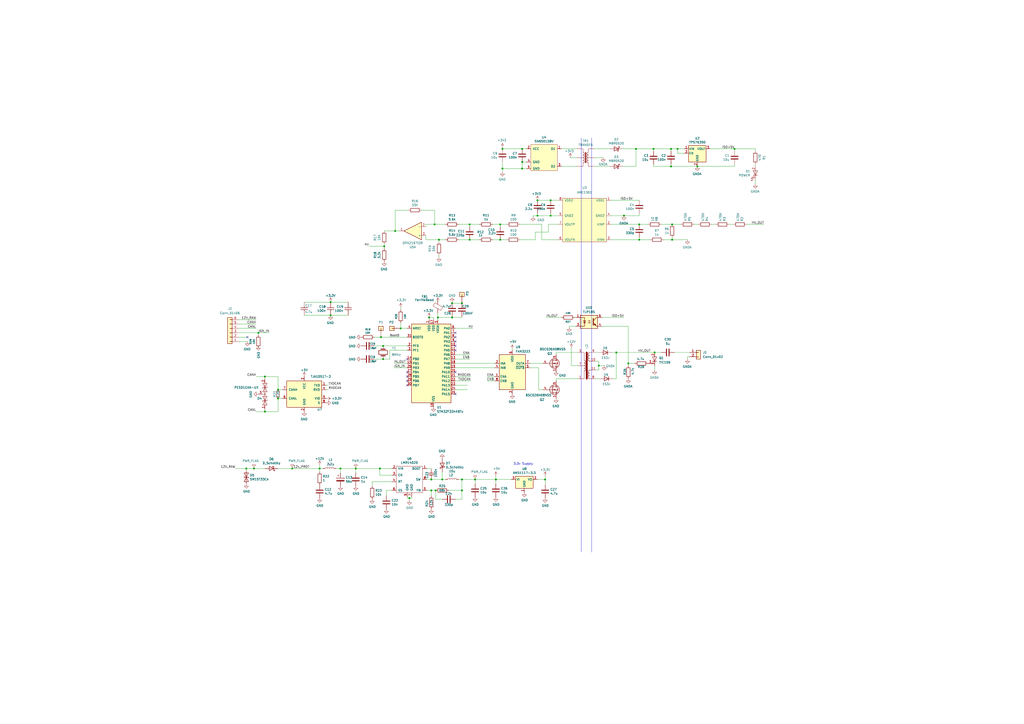
<source format=kicad_sch>
(kicad_sch (version 20231120) (generator "eeschema") (generator_version "8.0")
  (paper "A2")
  (lib_symbols
    (symbol "Amplifier_Operational:OPA2376xxD" (pin_names (offset 0.127))
      (property "Reference" "U" (at 0 5.08 0))
      (property "Value" "OPA2376xxD" (at 0 -5.08 0))
      (symbol "OPA2376xxD_1_1"
        (pin output line (at 7.62 0 180) (length 2.54) (name "~") (number "1"))
        (pin input line (at -7.62 -2.54 0) (length 2.54) (name "-") (number "2"))
        (pin input line (at -7.62 2.54 0) (length 2.54) (name "+") (number "3"))
      )
      (symbol "OPA2376xxD_2_1"
        (pin input line (at -7.62 2.54 0) (length 2.54) (name "+") (number "5"))
        (pin input line (at -7.62 -2.54 0) (length 2.54) (name "-") (number "6"))
        (pin output line (at 7.62 0 180) (length 2.54) (name "~") (number "7"))
      )
      (symbol "OPA2376xxD_3_1"
        (pin power_in line (at -2.54 -7.62 90) (length 3.81) (name "V-") (number "4"))
        (pin power_in line (at -2.54 7.62 270) (length 3.81) (name "V+") (number "8"))
      )
    )
    (symbol "BMS-Master-rescue:LED-Device-BMS-Master-rescue" (pin_names (offset 1.016) hide)
      (property "Reference" "D" (at 0 2.54 0))
      (property "Value" "LED-Device-BMS-Master-rescue" (at 0 -2.54 0))
      (symbol "LED-Device-BMS-Master-rescue_1_1"
        (pin passive line (at -3.81 0 0) (length 2.54) (name "K") (number "1"))
        (pin passive line (at 3.81 0 180) (length 2.54) (name "A") (number "2"))
      )
    )
    (symbol "BMS-Master-rescue:R-Device-BMS-Master-rescue" (pin_numbers hide) (pin_names (offset 0))
      (property "Reference" "R" (at 2.032 0 90))
      (property "Value" "R-Device-BMS-Master-rescue" (at 0 0 90))
      (symbol "R-Device-BMS-Master-rescue_1_1"
        (pin passive line (at 0 3.81 270) (length 1.27) (name "~") (number "1"))
        (pin passive line (at 0 -3.81 90) (length 1.27) (name "~") (number "2"))
      )
    )
    (symbol "Connector_Generic:Conn_01x02" (pin_names (offset 1.016) hide)
      (property "Reference" "J" (at 0 2.54 0))
      (property "Value" "Conn_01x02" (at 0 -5.08 0))
      (symbol "Conn_01x02_1_1"
        (pin passive line (at -5.08 0 0) (length 3.81) (name "Pin_1") (number "1"))
        (pin passive line (at -5.08 -2.54 0) (length 3.81) (name "Pin_2") (number "2"))
      )
    )
    (symbol "Connector_Generic:Conn_01x06" (pin_names (offset 1.016) hide)
      (property "Reference" "J" (at 0 7.62 0))
      (property "Value" "Conn_01x06" (at 0 -10.16 0))
      (symbol "Conn_01x06_1_1"
        (pin passive line (at -5.08 5.08 0) (length 3.81) (name "Pin_1") (number "1"))
        (pin passive line (at -5.08 2.54 0) (length 3.81) (name "Pin_2") (number "2"))
        (pin passive line (at -5.08 0 0) (length 3.81) (name "Pin_3") (number "3"))
        (pin passive line (at -5.08 -2.54 0) (length 3.81) (name "Pin_4") (number "4"))
        (pin passive line (at -5.08 -5.08 0) (length 3.81) (name "Pin_5") (number "5"))
        (pin passive line (at -5.08 -7.62 0) (length 3.81) (name "Pin_6") (number "6"))
      )
    )
    (symbol "Device:C" (pin_numbers hide) (pin_names (offset 0.254))
      (property "Reference" "C" (at 0.635 2.54 0))
      (property "Value" "C" (at 0.635 -2.54 0))
      (symbol "C_1_1"
        (pin passive line (at 0 3.81 270) (length 2.794) (name "~") (number "1"))
        (pin passive line (at 0 -3.81 90) (length 2.794) (name "~") (number "2"))
      )
    )
    (symbol "Device:C_Small" (pin_numbers hide) (pin_names (offset 0.254) hide)
      (property "Reference" "C" (at 0.254 1.778 0))
      (property "Value" "C_Small" (at 0.254 -2.032 0))
      (symbol "C_Small_1_1"
        (pin passive line (at 0 2.54 270) (length 2.032) (name "~") (number "1"))
        (pin passive line (at 0 -2.54 90) (length 2.032) (name "~") (number "2"))
      )
    )
    (symbol "Device:Crystal" (pin_numbers hide) (pin_names (offset 1.016) hide)
      (property "Reference" "Y" (at 0 3.81 0))
      (property "Value" "Crystal" (at 0 -3.81 0))
      (symbol "Crystal_1_1"
        (pin passive line (at -3.81 0 0) (length 1.27) (name "1") (number "1"))
        (pin passive line (at 3.81 0 180) (length 1.27) (name "2") (number "2"))
      )
    )
    (symbol "Device:D" (pin_numbers hide) (pin_names (offset 1.016) hide)
      (property "Reference" "D" (at 0 2.54 0))
      (property "Value" "D" (at 0 -2.54 0))
      (symbol "D_1_1"
        (pin passive line (at -3.81 0 0) (length 2.54) (name "K") (number "1"))
        (pin passive line (at 3.81 0 180) (length 2.54) (name "A") (number "2"))
      )
    )
    (symbol "Device:D_Schottky" (pin_numbers hide) (pin_names (offset 1.016) hide)
      (property "Reference" "D" (at 0 2.54 0))
      (property "Value" "D_Schottky" (at 0 -2.54 0))
      (symbol "D_Schottky_1_1"
        (pin passive line (at -3.81 0 0) (length 2.54) (name "K") (number "1"))
        (pin passive line (at 3.81 0 180) (length 2.54) (name "A") (number "2"))
      )
    )
    (symbol "Device:D_TVS" (pin_numbers hide) (pin_names (offset 1.016) hide)
      (property "Reference" "D" (at 0 2.54 0))
      (property "Value" "D_TVS" (at 0 -2.54 0))
      (symbol "D_TVS_1_1"
        (pin passive line (at -3.81 0 0) (length 2.54) (name "A1") (number "1"))
        (pin passive line (at 3.81 0 180) (length 2.54) (name "A2") (number "2"))
      )
    )
    (symbol "Device:FerriteBead" (pin_numbers hide) (pin_names (offset 0))
      (property "Reference" "FB" (at -3.81 0.635 90))
      (property "Value" "FerriteBead" (at 3.81 0 90))
      (symbol "FerriteBead_1_1"
        (pin passive line (at 0 3.81 270) (length 2.54) (name "~") (number "1"))
        (pin passive line (at 0 -3.81 90) (length 2.54) (name "~") (number "2"))
      )
    )
    (symbol "Device:L" (pin_numbers hide) (pin_names (offset 1.016) hide)
      (property "Reference" "L" (at -1.27 0 90))
      (property "Value" "L" (at 1.905 0 90))
      (symbol "L_1_1"
        (pin passive line (at 0 3.81 270) (length 1.27) (name "1") (number "1"))
        (pin passive line (at 0 -3.81 90) (length 1.27) (name "2") (number "2"))
      )
    )
    (symbol "Device:R" (pin_numbers hide) (pin_names (offset 0))
      (property "Reference" "R" (at 2.032 0 90))
      (property "Value" "R" (at 0 0 90))
      (symbol "R_1_1"
        (pin passive line (at 0 3.81 270) (length 1.27) (name "~") (number "1"))
        (pin passive line (at 0 -3.81 90) (length 1.27) (name "~") (number "2"))
      )
    )
    (symbol "Device:R_Small" (pin_numbers hide) (pin_names (offset 0.254) hide)
      (property "Reference" "R" (at 0.762 0.508 0))
      (property "Value" "R_Small" (at 0.762 -1.016 0))
      (symbol "R_Small_1_1"
        (pin passive line (at 0 2.54 270) (length 0.762) (name "~") (number "1"))
        (pin passive line (at 0 -2.54 90) (length 0.762) (name "~") (number "2"))
      )
    )
    (symbol "Diode:MBR0520" (pin_numbers hide) (pin_names (offset 1.016) hide)
      (property "Reference" "D" (at 0 2.54 0))
      (property "Value" "MBR0520" (at 0 -2.54 0))
      (symbol "MBR0520_1_1"
        (pin passive line (at -3.81 0 0) (length 2.54) (name "K") (number "1"))
        (pin passive line (at 3.81 0 180) (length 2.54) (name "A") (number "2"))
      )
    )
    (symbol "Driver_FET:FAN3278"
      (property "Reference" "U" (at -2.54 13.97 0))
      (property "Value" "FAN3278" (at -2.54 11.43 0))
      (symbol "FAN3278_1_1"
        (pin input line (at -10.16 -2.54 0) (length 2.54) (name "ENA") (number "1"))
        (pin input line (at -10.16 5.08 0) (length 2.54) (name "INA") (number "2"))
        (pin power_in line (at 0 -12.7 90) (length 2.54) (name "GND") (number "3"))
        (pin input line (at -10.16 2.54 0) (length 2.54) (name "INB") (number "4"))
        (pin output line (at 10.16 2.54 180) (length 2.54) (name "~{OUTB}") (number "5"))
        (pin power_in line (at 0 12.7 270) (length 2.54) (name "VDD") (number "6"))
        (pin output line (at 10.16 5.08 180) (length 2.54) (name "OUTA") (number "7"))
        (pin input line (at -10.16 -5.08 0) (length 2.54) (name "ENB") (number "8"))
      )
    )
    (symbol "ENNOID:AMC1301" (pin_names (offset 1.016))
      (property "Reference" "U" (at -10.16 16.51 0))
      (property "Value" "AMC1301" (at -6.35 13.97 0))
      (symbol "AMC1301_1_1"
        (pin input line (at -15.24 11.43 0) (length 2.54) (name "VDD1") (number "1"))
        (pin input line (at -15.24 -2.54 0) (length 2.54) (name "VINP") (number "2"))
        (pin input line (at -15.24 -11.43 0) (length 2.54) (name "VINN") (number "3"))
        (pin input line (at -15.24 2.54 0) (length 2.54) (name "GND2") (number "4"))
        (pin input line (at 15.24 2.54 180) (length 2.54) (name "GND2") (number "5"))
        (pin input line (at 15.24 -11.43 180) (length 2.54) (name "VOUTN") (number "6"))
        (pin input line (at 15.24 -2.54 180) (length 2.54) (name "VOUTP") (number "7"))
        (pin input line (at 15.24 11.43 180) (length 2.54) (name "VDD2") (number "8"))
      )
    )
    (symbol "ENNOID:SN65601DBV" (pin_names (offset 1.016))
      (property "Reference" "U" (at 0 -8.89 0))
      (property "Value" "SN65601DBV" (at 0 8.89 0))
      (symbol "SN65601DBV_1_1"
        (pin input line (at -10.16 5.08 0) (length 2.54) (name "D1") (number "1"))
        (pin input line (at 10.16 5.08 180) (length 2.54) (name "VCC") (number "2"))
        (pin input line (at -10.16 -5.08 0) (length 2.54) (name "D2") (number "3"))
        (pin input line (at 10.16 -2.54 180) (length 2.54) (name "GND") (number "4"))
        (pin input line (at 10.16 -6.35 180) (length 2.54) (name "GND") (number "5"))
      )
    )
    (symbol "Interface_CAN_LIN:TJA1051T-3" (pin_names (offset 1.016))
      (property "Reference" "U" (at -10.16 8.89 0))
      (property "Value" "TJA1051T-3" (at 1.27 8.89 0))
      (symbol "TJA1051T-3_1_1"
        (pin input line (at -12.7 5.08 0) (length 2.54) (name "TXD") (number "1"))
        (pin power_in line (at 0 -10.16 90) (length 2.54) (name "GND") (number "2"))
        (pin power_in line (at 0 10.16 270) (length 2.54) (name "VCC") (number "3"))
        (pin output line (at -12.7 2.54 0) (length 2.54) (name "RXD") (number "4"))
        (pin power_in line (at -12.7 -2.54 0) (length 2.54) (name "VIO") (number "5"))
        (pin bidirectional line (at 12.7 -2.54 180) (length 2.54) (name "CANL") (number "6"))
        (pin bidirectional line (at 12.7 2.54 180) (length 2.54) (name "CANH") (number "7"))
        (pin input line (at -12.7 -5.08 0) (length 2.54) (name "S") (number "8"))
      )
    )
    (symbol "Isolator:TLP185"
      (property "Reference" "U" (at -5.08 5.08 0))
      (property "Value" "TLP185" (at -5.08 -5.08 0))
      (symbol "TLP185_1_1"
        (pin passive line (at -7.62 2.54 0) (length 2.54) (name "~") (number "1"))
        (pin passive line (at -7.62 -2.54 0) (length 2.54) (name "~") (number "3"))
        (pin passive line (at 7.62 -2.54 180) (length 2.54) (name "~") (number "4"))
        (pin passive line (at 7.62 2.54 180) (length 2.54) (name "~") (number "6"))
      )
    )
    (symbol "MCU_ST_STM32F3:STM32F334K8Tx"
      (property "Reference" "U" (at -10.16 24.13 0))
      (property "Value" "STM32F334K8Tx" (at 7.62 24.13 0))
      (symbol "STM32F334K8Tx_1_1"
        (pin power_in line (at 0 25.4 270) (length 2.54) (name "VDD") (number "1"))
        (pin bidirectional line (at 15.24 10.16 180) (length 2.54) (name "PA4") (number "10"))
        (pin bidirectional line (at 15.24 7.62 180) (length 2.54) (name "PA5") (number "11"))
        (pin bidirectional line (at 15.24 5.08 180) (length 2.54) (name "PA6") (number "12"))
        (pin bidirectional line (at 15.24 2.54 180) (length 2.54) (name "PA7") (number "13"))
        (pin bidirectional line (at -12.7 2.54 0) (length 2.54) (name "PB0") (number "14"))
        (pin bidirectional line (at -12.7 0 0) (length 2.54) (name "PB1") (number "15"))
        (pin power_in line (at 2.54 -25.4 90) (length 2.54) (name "VSS") (number "16"))
        (pin power_in line (at 2.54 25.4 270) (length 2.54) (name "VDD") (number "17"))
        (pin bidirectional line (at 15.24 0 180) (length 2.54) (name "PA8") (number "18"))
        (pin bidirectional line (at 15.24 -2.54 180) (length 2.54) (name "PA9") (number "19"))
        (pin bidirectional line (at -12.7 10.16 0) (length 2.54) (name "PF0") (number "2"))
        (pin bidirectional line (at 15.24 -5.08 180) (length 2.54) (name "PA10") (number "20"))
        (pin bidirectional line (at 15.24 -7.62 180) (length 2.54) (name "PA11") (number "21"))
        (pin bidirectional line (at 15.24 -10.16 180) (length 2.54) (name "PA12") (number "22"))
        (pin bidirectional line (at 15.24 -12.7 180) (length 2.54) (name "PA13") (number "23"))
        (pin bidirectional line (at 15.24 -15.24 180) (length 2.54) (name "PA14") (number "24"))
        (pin bidirectional line (at 15.24 -17.78 180) (length 2.54) (name "PA15") (number "25"))
        (pin bidirectional line (at -12.7 -2.54 0) (length 2.54) (name "PB3") (number "26"))
        (pin bidirectional line (at -12.7 -5.08 0) (length 2.54) (name "PB4") (number "27"))
        (pin bidirectional line (at -12.7 -7.62 0) (length 2.54) (name "PB5") (number "28"))
        (pin bidirectional line (at -12.7 -10.16 0) (length 2.54) (name "PB6") (number "29"))
        (pin bidirectional line (at -12.7 7.62 0) (length 2.54) (name "PF1") (number "3"))
        (pin bidirectional line (at -12.7 -12.7 0) (length 2.54) (name "PB7") (number "30"))
        (pin input line (at -12.7 15.24 0) (length 2.54) (name "BOOT0") (number "31"))
        (pin passive line (at 2.54 -25.4 90) (length 2.54) hide (name "VSS") (number "32"))
        (pin input line (at -12.7 20.32 0) (length 2.54) (name "NRST") (number "4"))
        (pin power_in line (at 5.08 25.4 270) (length 2.54) (name "VDDA") (number "5"))
        (pin bidirectional line (at 15.24 20.32 180) (length 2.54) (name "PA0") (number "6"))
        (pin bidirectional line (at 15.24 17.78 180) (length 2.54) (name "PA1") (number "7"))
        (pin bidirectional line (at 15.24 15.24 180) (length 2.54) (name "PA2") (number "8"))
        (pin bidirectional line (at 15.24 12.7 180) (length 2.54) (name "PA3") (number "9"))
      )
    )
    (symbol "Regulator_Linear:AMS1117-3.3"
      (property "Reference" "U" (at -3.81 3.175 0))
      (property "Value" "AMS1117-3.3" (at 0 3.175 0))
      (symbol "AMS1117-3.3_1_1"
        (pin power_in line (at 0 -7.62 90) (length 2.54) (name "GND") (number "1"))
        (pin power_out line (at 7.62 0 180) (length 2.54) (name "VO") (number "2"))
        (pin power_in line (at -7.62 0 0) (length 2.54) (name "VI") (number "3"))
      )
    )
    (symbol "Regulator_Linear:TPS76350" (pin_names (offset 0.254))
      (property "Reference" "U" (at -3.81 5.715 0))
      (property "Value" "TPS76350" (at 0 5.715 0))
      (symbol "TPS76350_1_1"
        (pin power_in line (at -7.62 2.54 0) (length 2.54) (name "VIN") (number "1"))
        (pin power_in line (at 0 -7.62 90) (length 2.54) (name "GND") (number "2"))
        (pin input line (at -7.62 0 0) (length 2.54) (name "EN") (number "3"))
        (pin no_connect line (at 7.62 0 180) (length 2.54) hide (name "NC") (number "4"))
        (pin power_out line (at 7.62 2.54 180) (length 2.54) (name "VOUT") (number "5"))
      )
    )
    (symbol "Transformer:TRANSF5" (pin_numbers hide) (pin_names (offset 0))
      (property "Reference" "TR" (at 0 6.35 0))
      (property "Value" "TRANSF5" (at 0 -6.35 0))
      (symbol "TRANSF5_1_1"
        (pin passive line (at -5.08 5.08 0) (length 2.54) (name "~") (number "1"))
        (pin passive line (at -5.08 0 0) (length 2.54) (name "~") (number "2"))
        (pin passive line (at -5.08 -5.08 0) (length 2.54) (name "~") (number "3"))
        (pin passive line (at 5.08 -5.08 180) (length 2.54) (name "~") (number "4"))
        (pin passive line (at 5.08 0 180) (length 2.54) (name "~") (number "5"))
        (pin passive line (at 5.08 5.08 180) (length 2.54) (name "~") (number "6"))
      )
    )
    (symbol "Transistor_FET:BSC026N08NS5" (pin_names hide)
      (property "Reference" "Q" (at 5.08 1.905 0))
      (property "Value" "BSC026N08NS5" (at 5.08 0 0))
      (symbol "BSC026N08NS5_1_1"
        (pin passive line (at 2.54 -5.08 90) (length 2.54) (name "S") (number "1"))
        (pin passive line (at 2.54 -5.08 90) (length 2.54) hide (name "S") (number "2"))
        (pin passive line (at 2.54 -5.08 90) (length 2.54) hide (name "S") (number "3"))
        (pin passive line (at -5.08 0 0) (length 2.54) (name "G") (number "4"))
        (pin passive line (at 2.54 5.08 270) (length 2.54) (name "D") (number "5"))
      )
    )
    (symbol "Triac_Thyristor:TIC106" (pin_names (offset 0) hide)
      (property "Reference" "Q" (at 2.54 1.905 0))
      (property "Value" "TIC106" (at 2.54 0 0))
      (symbol "TIC106_1_1"
        (pin passive line (at 0 -3.81 90) (length 2.54) (name "K") (number "1"))
        (pin passive line (at 0 3.81 270) (length 2.54) (name "A") (number "2"))
        (pin input line (at -3.81 -2.54 0) (length 2.54) (name "G") (number "3"))
      )
    )
    (symbol "hellen-one-common:Cap" (pin_numbers hide)
      (property "Reference" "C" (at -3.81 2.54 0))
      (property "Value" "Cap" (at -2.54 -1.27 0))
      (symbol "Cap_1_0"
        (pin passive line (at -3.81 0 0) (length 2.54) (name "") (number "1"))
        (pin passive line (at 3.81 0 180) (length 2.54) (name "") (number "2"))
      )
    )
    (symbol "hellen-one-common:Pad" (pin_numbers hide) (pin_names (offset 1.016) hide)
      (property "Reference" "P" (at 2.54 0 0))
      (symbol "Pad_1_1"
        (pin passive line (at -5.08 0 0) (length 3.81) (name "Pin_1") (number "1"))
      )
    )
    (symbol "lmr14020:LMR14020" (pin_names (offset 1.016))
      (property "Reference" "U" (at -3.81 -11.43 0))
      (property "Value" "LMR14020" (at 2.54 8.89 0))
      (symbol "LMR14020_1_1"
        (pin bidirectional line (at 12.7 5.08 180) (length 2.54) (name "BOOT") (number "1"))
        (pin power_in line (at -7.62 5.08 0) (length 2.54) (name "VIN") (number "2"))
        (pin input line (at -7.62 1.27 0) (length 2.54) (name "EN") (number "3"))
        (pin bidirectional line (at -7.62 -2.54 0) (length 2.54) (name "RT") (number "4"))
        (pin input line (at 12.7 -7.62 180) (length 2.54) (name "FB") (number "5"))
        (pin bidirectional line (at -7.62 -7.62 0) (length 2.54) (name "SS") (number "6"))
        (pin power_in line (at 3.81 -11.43 90) (length 2.54) (name "GND") (number "7"))
        (pin power_out line (at 12.7 -1.27 180) (length 2.54) (name "SW") (number "8"))
        (pin power_in line (at 1.27 -11.43 90) (length 2.54) (name "GND") (number "9"))
      )
    )
    (symbol "power:+12V" (power) (pin_names (offset 0))
      (property "Value" "+12V" (at 0 3.556 0))
      (symbol "+12V_1_1"
        (pin power_in line (at 0 0 90) (length 0) hide (name "+12V") (number "1"))
      )
    )
    (symbol "power:+3.3V" (power) (pin_names (offset 0))
      (property "Value" "+3.3V" (at 0 3.556 0))
      (symbol "+3.3V_1_1"
        (pin power_in line (at 0 0 90) (length 0) hide (name "+3.3V") (number "1"))
      )
    )
    (symbol "power:+3V3" (power) (pin_names (offset 0))
      (property "Value" "+3V3" (at 0 3.556 0))
      (symbol "+3V3_1_1"
        (pin power_in line (at 0 0 90) (length 0) hide (name "+3V3") (number "1"))
      )
    )
    (symbol "power:+5V" (power) (pin_names (offset 0))
      (property "Value" "+5V" (at 0 3.556 0))
      (symbol "+5V_1_1"
        (pin power_in line (at 0 0 90) (length 0) hide (name "+5V") (number "1"))
      )
    )
    (symbol "power:GND" (power) (pin_names (offset 0))
      (property "Value" "GND" (at 0 -3.81 0))
      (symbol "GND_1_1"
        (pin power_in line (at 0 0 270) (length 0) hide (name "GND") (number "1"))
      )
    )
    (symbol "power:GNDA" (power) (pin_names (offset 0))
      (property "Value" "GNDA" (at 0 -3.81 0))
      (symbol "GNDA_1_1"
        (pin power_in line (at 0 0 270) (length 0) hide (name "GNDA") (number "1"))
      )
    )
    (symbol "power:PWR_FLAG" (power) (pin_numbers hide) (pin_names (offset 0) hide)
      (property "Value" "PWR_FLAG" (at 0 3.81 0))
      (symbol "PWR_FLAG_0_0"
        (pin power_out line (at 0 0 90) (length 0) (name "pwr") (number "1"))
      )
    )
    (symbol "proteus-rescue:CP-Device" (pin_numbers hide) (pin_names (offset 0.254))
      (property "Reference" "C" (at 0.635 2.54 0))
      (property "Value" "Device_CP" (at 0.635 -2.54 0))
      (symbol "CP-Device_1_1"
        (pin passive line (at 0 3.81 270) (length 2.794) (name "~") (number "1"))
        (pin passive line (at 0 -3.81 90) (length 2.794) (name "~") (number "2"))
      )
    )
    (symbol "proteus-rescue:D_TVS_x2_AAC-Device" (pin_names (offset 1.016) hide)
      (property "Reference" "D" (at 0 4.445 0))
      (property "Value" "Device_D_TVS_x2_AAC" (at 0 2.54 0))
      (symbol "D_TVS_x2_AAC-Device_1_1"
        (pin passive line (at -8.89 0 0) (length 2.54) (name "A1") (number "1"))
        (pin passive line (at 8.89 0 180) (length 2.54) (name "A2") (number "2"))
        (pin input line (at 0 -3.81 90) (length 2.54) (name "common") (number "3"))
      )
    )
    (symbol "transform mi:tr"
      (property "Reference" "T" (at 0 0 0))
      (symbol "tr_1_1"
        (pin passive line (at -5.08 -7.62 0) (length 2.54) (name "~") (number "1"))
        (pin passive line (at 5.08 2.54 180) (length 2.54) (name "~") (number "10"))
        (pin passive line (at 5.08 -2.54 180) (length 2.54) (name "~") (number "11"))
        (pin passive line (at -5.08 7.62 0) (length 2.54) (name "~") (number "3"))
        (pin passive line (at -5.08 0 0) (length 2.54) (name "~") (number "7"))
        (pin passive line (at 5.08 -7.62 180) (length 2.54) (name "~") (number "8"))
        (pin passive line (at 5.08 7.62 180) (length 2.54) (name "") (number "9"))
      )
    )
  )
  (junction (at 370.84 139.065))
  (junction (at 311.785 125.095))
  (junction (at 393.065 86.36))
  (junction (at 267.97 278.13))
  (junction (at 302.895 86.36))
  (junction (at 357.505 204.47))
  (junction (at 347.345 212.09))
  (junction (at 302.895 97.79))
  (junction (at 222.885 142.875))
  (junction (at 302.895 93.98))
  (junction (at 232.41 190.5))
  (junction (at 316.23 278.13))
  (junction (at 379.095 86.36))
  (junction (at 161.29 226.06))
  (junction (at 222.25 200.66))
  (junction (at 229.235 133.985))
  (junction (at 379.73 204.47))
  (junction (at 161.29 231.14))
  (junction (at 142.875 271.78))
  (junction (at 222.25 208.28))
  (junction (at 252.73 284.48))
  (junction (at 250.19 284.48))
  (junction (at 267.97 175.895))
  (junction (at 220.345 271.78))
  (junction (at 191.77 175.26))
  (junction (at 368.935 86.36))
  (junction (at 262.255 184.15))
  (junction (at 272.415 139.065))
  (junction (at 191.77 182.88))
  (junction (at 319.405 125.095))
  (junction (at 206.375 271.78))
  (junction (at 147.32 271.78))
  (junction (at 237.49 288.925))
  (junction (at 291.465 97.79))
  (junction (at 248.92 184.15))
  (junction (at 291.465 86.36))
  (junction (at 389.89 139.065))
  (junction (at 220.98 195.58))
  (junction (at 149.86 193.04))
  (junction (at 267.97 284.48))
  (junction (at 370.84 130.175))
  (junction (at 153.67 238.76))
  (junction (at 319.405 116.205))
  (junction (at 426.085 86.36))
  (junction (at 404.495 96.52))
  (junction (at 250.19 278.13))
  (junction (at 389.255 86.36))
  (junction (at 153.67 218.44))
  (junction (at 197.485 271.78))
  (junction (at 185.42 271.78))
  (junction (at 169.545 271.78))
  (junction (at 272.415 130.175))
  (junction (at 287.655 278.13))
  (junction (at 364.49 210.82))
  (junction (at 252.095 130.175))
  (junction (at 389.255 96.52))
  (junction (at 290.195 139.065))
  (junction (at 254.635 139.065))
  (junction (at 256.54 278.13))
  (junction (at 254 184.15))
  (junction (at 311.785 116.205))
  (junction (at 275.59 278.13))
  (junction (at 262.255 175.895))
  (junction (at 290.195 130.175))
  (junction (at 389.89 130.175))
  (junction (at 361.95 125.095))
  (no_connect (at 264.16 200.66))
  (no_connect (at 264.16 203.2))
  (no_connect (at 264.16 198.12))
  (no_connect (at 236.22 220.98))
  (no_connect (at 143.51 195.58))
  (no_connect (at 236.22 208.28))
  (no_connect (at 236.22 218.44))
  (no_connect (at 236.22 223.52))
  (no_connect (at 236.22 215.9))
  (no_connect (at 264.16 193.04))
  (no_connect (at 264.16 195.58))
  (no_connect (at 264.16 228.6))
  (no_connect (at 264.16 215.9))
  (wire (pts (xy 232.41 190.5) (xy 236.22 190.5)))
  (wire (pts (xy 347.345 209.55) (xy 347.345 212.09)))
  (wire (pts (xy 389.255 95.25) (xy 389.255 96.52)))
  (wire (pts (xy 147.32 271.78) (xy 142.875 271.78)))
  (wire (pts (xy 398.78 139.065) (xy 389.89 139.065)))
  (wire (pts (xy 307.34 213.36) (xy 312.42 213.36)))
  (wire (pts (xy 323.85 125.095) (xy 319.405 125.095)))
  (wire (pts (xy 294.005 139.065) (xy 290.195 139.065)))
  (wire (pts (xy 322.58 204.47) (xy 335.28 204.47)))
  (wire (pts (xy 185.42 269.875) (xy 185.42 271.78)))
  (wire (pts (xy 264.16 223.52) (xy 271.145 223.52)))
  (wire (pts (xy 323.85 116.205) (xy 319.405 116.205)))
  (wire (pts (xy 297.18 202.565) (xy 297.18 203.2)))
  (wire (pts (xy 232.41 179.705) (xy 232.41 178.435)))
  (wire (pts (xy 364.49 210.82) (xy 368.3 210.82)))
  (polyline (pts (xy 337.185 318.77) (xy 337.185 320.04)))
  (wire (pts (xy 361.315 96.52) (xy 368.935 96.52)))
  (wire (pts (xy 305.435 93.98) (xy 302.895 93.98)))
  (wire (pts (xy 213.995 142.875) (xy 222.885 142.875)))
  (wire (pts (xy 316.865 184.15) (xy 325.755 184.15)))
  (wire (pts (xy 206.375 271.78) (xy 220.345 271.78)))
  (wire (pts (xy 354.33 139.065) (xy 370.84 139.065)))
  (wire (pts (xy 426.085 96.52) (xy 404.495 96.52)))
  (wire (pts (xy 217.17 200.66) (xy 222.25 200.66)))
  (wire (pts (xy 161.29 231.14) (xy 161.29 238.76)))
  (wire (pts (xy 330.2 189.23) (xy 334.01 189.23)))
  (wire (pts (xy 194.945 271.78) (xy 197.485 271.78)))
  (wire (pts (xy 250.19 271.78) (xy 250.19 272.415)))
  (wire (pts (xy 191.77 175.26) (xy 201.93 175.26)))
  (wire (pts (xy 237.49 288.925) (xy 238.76 288.925)))
  (wire (pts (xy 278.13 139.065) (xy 272.415 139.065)))
  (wire (pts (xy 153.67 238.76) (xy 153.67 237.49)))
  (wire (pts (xy 264.16 190.5) (xy 274.32 190.5)))
  (wire (pts (xy 309.245 125.095) (xy 309.245 125.73)))
  (wire (pts (xy 272.415 131.445) (xy 272.415 130.175)))
  (wire (pts (xy 206.375 274.32) (xy 206.375 271.78)))
  (polyline (pts (xy 343.154 319.786) (xy 343.154 320.294)))
  (wire (pts (xy 222.885 141.605) (xy 222.885 142.875)))
  (wire (pts (xy 136.525 271.78) (xy 142.875 271.78)))
  (wire (pts (xy 252.095 121.92) (xy 252.095 130.175)))
  (wire (pts (xy 443.23 130.175) (xy 433.07 130.175)))
  (wire (pts (xy 393.065 88.9) (xy 393.065 86.36)))
  (wire (pts (xy 425.45 130.175) (xy 422.91 130.175)))
  (wire (pts (xy 389.255 96.52) (xy 379.095 96.52)))
  (wire (pts (xy 148.59 238.76) (xy 153.67 238.76)))
  (wire (pts (xy 264.16 213.36) (xy 287.02 213.36)))
  (wire (pts (xy 314.325 139.065) (xy 323.85 139.065)))
  (wire (pts (xy 247.015 139.065) (xy 254.635 139.065)))
  (wire (pts (xy 322.58 204.47) (xy 322.58 205.74)))
  (wire (pts (xy 247.015 130.175) (xy 247.015 131.445)))
  (wire (pts (xy 275.59 278.13) (xy 287.655 278.13)))
  (wire (pts (xy 264.16 220.98) (xy 273.05 220.98)))
  (wire (pts (xy 226.06 203.2) (xy 226.06 208.28)))
  (wire (pts (xy 355.6 219.71) (xy 357.505 219.71)))
  (wire (pts (xy 254.635 139.065) (xy 258.445 139.065)))
  (wire (pts (xy 311.785 123.825) (xy 311.785 125.095)))
  (wire (pts (xy 250.19 284.48) (xy 250.19 287.655)))
  (wire (pts (xy 189.23 223.52) (xy 190.5 223.52)))
  (wire (pts (xy 247.65 271.78) (xy 250.19 271.78)))
  (wire (pts (xy 368.935 86.36) (xy 361.315 86.36)))
  (wire (pts (xy 266.065 139.065) (xy 272.415 139.065)))
  (wire (pts (xy 318.135 134.62) (xy 310.515 134.62)))
  (wire (pts (xy 272.415 130.175) (xy 266.065 130.175)))
  (wire (pts (xy 290.195 131.445) (xy 290.195 130.175)))
  (wire (pts (xy 364.49 210.82) (xy 364.49 212.09)))
  (wire (pts (xy 330.2 189.23) (xy 330.2 189.865)))
  (wire (pts (xy 153.67 271.78) (xy 147.32 271.78)))
  (wire (pts (xy 312.42 226.06) (xy 314.96 226.06)))
  (wire (pts (xy 267.97 284.48) (xy 267.97 289.56)))
  (wire (pts (xy 220.345 271.78) (xy 220.345 275.59)))
  (wire (pts (xy 334.645 96.52) (xy 325.755 96.52)))
  (wire (pts (xy 302.895 86.36) (xy 291.465 86.36)))
  (wire (pts (xy 368.935 86.36) (xy 368.935 96.52)))
  (wire (pts (xy 266.065 278.13) (xy 267.97 278.13)))
  (wire (pts (xy 370.84 139.065) (xy 370.84 137.795)))
  (wire (pts (xy 197.485 271.78) (xy 197.485 274.32)))
  (wire (pts (xy 370.84 139.065) (xy 377.19 139.065)))
  (wire (pts (xy 354.965 204.47) (xy 357.505 204.47)))
  (wire (pts (xy 254 184.15) (xy 262.255 184.15)))
  (wire (pts (xy 302.895 97.79) (xy 291.465 97.79)))
  (wire (pts (xy 349.25 184.15) (xy 361.95 184.15)))
  (wire (pts (xy 404.495 96.52) (xy 389.255 96.52)))
  (wire (pts (xy 345.44 209.55) (xy 347.345 209.55)))
  (wire (pts (xy 236.22 288.29) (xy 236.22 288.925)))
  (wire (pts (xy 311.785 278.13) (xy 316.23 278.13)))
  (wire (pts (xy 282.575 218.44) (xy 287.02 218.44)))
  (wire (pts (xy 236.22 288.925) (xy 237.49 288.925)))
  (wire (pts (xy 224.155 284.48) (xy 227.33 284.48)))
  (wire (pts (xy 138.43 190.5) (xy 148.59 190.5)))
  (wire (pts (xy 185.42 271.78) (xy 187.325 271.78)))
  (wire (pts (xy 310.515 134.62) (xy 310.515 139.065)))
  (wire (pts (xy 220.345 275.59) (xy 227.33 275.59)))
  (wire (pts (xy 248.92 184.15) (xy 251.46 184.15)))
  (wire (pts (xy 254.635 140.335) (xy 254.635 139.065)))
  (wire (pts (xy 291.465 85.725) (xy 291.465 86.36)))
  (wire (pts (xy 138.43 195.58) (xy 143.51 195.58)))
  (wire (pts (xy 287.655 278.13) (xy 287.655 280.67)))
  (wire (pts (xy 256.54 278.13) (xy 258.445 278.13)))
  (wire (pts (xy 349.25 189.23) (xy 364.49 189.23)))
  (wire (pts (xy 393.065 86.36) (xy 389.255 86.36)))
  (wire (pts (xy 396.875 86.36) (xy 393.065 86.36)))
  (wire (pts (xy 357.505 204.47) (xy 379.73 204.47)))
  (wire (pts (xy 247.015 136.525) (xy 247.015 139.065)))
  (wire (pts (xy 415.29 130.175) (xy 412.75 130.175)))
  (wire (pts (xy 334.01 184.15) (xy 333.375 184.15)))
  (wire (pts (xy 323.85 130.175) (xy 318.135 130.175)))
  (wire (pts (xy 149.86 194.31) (xy 149.86 193.04)))
  (wire (pts (xy 252.73 289.56) (xy 252.73 284.48)))
  (wire (pts (xy 142.875 271.78) (xy 142.875 273.05)))
  (wire (pts (xy 138.43 187.96) (xy 148.59 187.96)))
  (wire (pts (xy 334.645 86.36) (xy 325.755 86.36)))
  (wire (pts (xy 370.84 130.175) (xy 354.33 130.175)))
  (wire (pts (xy 285.75 130.175) (xy 290.195 130.175)))
  (wire (pts (xy 229.235 121.92) (xy 229.235 133.985)))
  (wire (pts (xy 222.885 133.985) (xy 229.235 133.985)))
  (wire (pts (xy 161.29 271.78) (xy 169.545 271.78)))
  (wire (pts (xy 426.085 86.36) (xy 438.15 86.36)))
  (wire (pts (xy 302.895 97.79) (xy 305.435 97.79)))
  (wire (pts (xy 185.42 271.78) (xy 185.42 273.685)))
  (wire (pts (xy 138.43 198.12) (xy 143.51 198.12)))
  (wire (pts (xy 302.895 93.98) (xy 302.895 97.79)))
  (wire (pts (xy 262.255 183.515) (xy 262.255 184.15)))
  (wire (pts (xy 438.15 104.14) (xy 438.15 106.68)))
  (wire (pts (xy 247.65 284.48) (xy 250.19 284.48)))
  (wire (pts (xy 312.42 213.36) (xy 312.42 226.06)))
  (wire (pts (xy 224.155 287.655) (xy 224.155 284.48)))
  (wire (pts (xy 161.29 218.44) (xy 161.29 226.06)))
  (polyline (pts (xy 337.185 80.01) (xy 337.185 318.77)))
  (wire (pts (xy 272.415 130.175) (xy 278.13 130.175)))
  (wire (pts (xy 215.9 281.94) (xy 215.9 279.4)))
  (wire (pts (xy 197.485 271.78) (xy 206.375 271.78)))
  (wire (pts (xy 394.97 130.175) (xy 389.89 130.175)))
  (wire (pts (xy 379.73 204.47) (xy 383.54 204.47)))
  (wire (pts (xy 251.46 184.15) (xy 251.46 185.42)))
  (polyline (pts (xy 343.154 80.01) (xy 343.154 81.026)))
  (wire (pts (xy 389.89 139.065) (xy 384.81 139.065)))
  (wire (pts (xy 398.78 207.01) (xy 400.05 207.01)))
  (wire (pts (xy 438.15 95.25) (xy 438.15 96.52)))
  (wire (pts (xy 267.97 289.56) (xy 264.16 289.56)))
  (wire (pts (xy 226.06 203.2) (xy 236.22 203.2)))
  (wire (pts (xy 267.97 184.15) (xy 267.97 183.515)))
  (wire (pts (xy 331.47 201.93) (xy 331.47 212.09)))
  (wire (pts (xy 314.325 130.175) (xy 314.325 139.065)))
  (wire (pts (xy 262.255 184.15) (xy 267.97 184.15)))
  (wire (pts (xy 364.49 189.23) (xy 364.49 210.82)))
  (wire (pts (xy 282.575 220.98) (xy 287.02 220.98)))
  (wire (pts (xy 307.34 210.82) (xy 314.96 210.82)))
  (wire (pts (xy 319.405 123.825) (xy 319.405 125.095)))
  (wire (pts (xy 236.22 200.66) (xy 222.25 200.66)))
  (wire (pts (xy 309.245 125.095) (xy 311.785 125.095)))
  (wire (pts (xy 222.25 208.28) (xy 226.06 208.28)))
  (wire (pts (xy 322.58 219.71) (xy 335.28 219.71)))
  (wire (pts (xy 262.255 175.895) (xy 267.97 175.895)))
  (wire (pts (xy 316.23 276.225) (xy 316.23 278.13)))
  (polyline (pts (xy 343.154 211.074) (xy 343.154 319.786)))
  (wire (pts (xy 426.085 95.25) (xy 426.085 96.52)))
  (wire (pts (xy 389.255 86.36) (xy 379.095 86.36)))
  (wire (pts (xy 229.235 121.92) (xy 236.855 121.92)))
  (polyline (pts (xy 343.154 81.026) (xy 343.154 211.074)))
  (wire (pts (xy 138.43 193.04) (xy 149.86 193.04)))
  (wire (pts (xy 149.86 193.04) (xy 156.21 193.04)))
  (wire (pts (xy 275.59 278.13) (xy 275.59 280.67)))
  (wire (pts (xy 220.345 271.78) (xy 227.33 271.78)))
  (wire (pts (xy 287.655 276.225) (xy 287.655 278.13)))
  (wire (pts (xy 264.16 226.06) (xy 271.145 226.06)))
  (wire (pts (xy 248.92 185.42) (xy 248.92 184.15)))
  (wire (pts (xy 405.13 130.175) (xy 402.59 130.175)))
  (wire (pts (xy 287.655 278.13) (xy 296.545 278.13)))
  (wire (pts (xy 169.545 271.78) (xy 185.42 271.78)))
  (wire (pts (xy 305.435 86.36) (xy 302.895 86.36)))
  (wire (pts (xy 379.095 95.25) (xy 379.095 96.52)))
  (wire (pts (xy 322.58 219.71) (xy 322.58 220.98)))
  (wire (pts (xy 361.95 125.095) (xy 370.84 125.095)))
  (wire (pts (xy 311.785 125.095) (xy 319.405 125.095)))
  (wire (pts (xy 370.84 125.095) (xy 370.84 123.825)))
  (wire (pts (xy 331.47 212.09) (xy 335.28 212.09)))
  (wire (pts (xy 254.635 147.955) (xy 254.635 149.225)))
  (wire (pts (xy 396.875 88.9) (xy 393.065 88.9)))
  (wire (pts (xy 389.255 87.63) (xy 389.255 86.36)))
  (wire (pts (xy 148.59 218.44) (xy 153.67 218.44)))
  (wire (pts (xy 254 184.15) (xy 254 185.42)))
  (wire (pts (xy 264.16 205.74) (xy 272.415 205.74)))
  (wire (pts (xy 310.515 139.065) (xy 301.625 139.065)))
  (wire (pts (xy 316.23 278.13) (xy 316.23 281.305)))
  (wire (pts (xy 375.92 130.175) (xy 370.84 130.175)))
  (wire (pts (xy 254 175.26) (xy 254 173.99)))
  (wire (pts (xy 354.33 116.205) (xy 370.84 116.205)))
  (wire (pts (xy 232.41 187.325) (xy 232.41 190.5)))
  (wire (pts (xy 262.255 175.26) (xy 262.255 175.895)))
  (wire (pts (xy 379.095 87.63) (xy 379.095 86.36)))
  (wire (pts (xy 353.695 96.52) (xy 344.805 96.52)))
  (wire (pts (xy 311.785 116.205) (xy 319.405 116.205)))
  (wire (pts (xy 290.195 130.175) (xy 294.005 130.175)))
  (wire (pts (xy 322.58 215.9) (xy 322.58 215.265)))
  (wire (pts (xy 267.97 278.13) (xy 275.59 278.13)))
  (wire (pts (xy 354.33 125.095) (xy 361.95 125.095)))
  (wire (pts (xy 438.15 86.36) (xy 438.15 87.63)))
  (wire (pts (xy 264.16 218.44) (xy 273.05 218.44)))
  (wire (pts (xy 163.83 231.14) (xy 161.29 231.14)))
  (wire (pts (xy 149.86 201.93) (xy 149.86 200.66)))
  (wire (pts (xy 138.43 185.42) (xy 148.59 185.42)))
  (wire (pts (xy 153.67 218.44) (xy 161.29 218.44)))
  (wire (pts (xy 250.19 284.48) (xy 252.73 284.48)))
  (wire (pts (xy 244.475 121.92) (xy 252.095 121.92)))
  (wire (pts (xy 398.78 208.28) (xy 398.78 207.01)))
  (wire (pts (xy 345.44 219.71) (xy 347.98 219.71)))
  (wire (pts (xy 264.16 210.82) (xy 287.02 210.82)))
  (wire (pts (xy 215.9 279.4) (xy 227.33 279.4)))
  (wire (pts (xy 153.67 238.76) (xy 161.29 238.76)))
  (wire (pts (xy 217.17 195.58) (xy 220.98 195.58)))
  (wire (pts (xy 191.77 182.88) (xy 201.93 182.88)))
  (wire (pts (xy 247.65 278.13) (xy 250.19 278.13)))
  (wire (pts (xy 176.53 175.26) (xy 191.77 175.26)))
  (wire (pts (xy 250.19 277.495) (xy 250.19 278.13)))
  (wire (pts (xy 291.465 97.79) (xy 291.465 99.695)))
  (wire (pts (xy 379.095 86.36) (xy 368.935 86.36)))
  (wire (pts (xy 231.775 133.985) (xy 229.235 133.985)))
  (wire (pts (xy 426.085 87.63) (xy 426.085 86.36)))
  (wire (pts (xy 345.44 204.47) (xy 347.345 204.47)))
  (wire (pts (xy 153.67 218.44) (xy 153.67 219.71)))
  (wire (pts (xy 347.345 212.09) (xy 350.52 212.09)))
  (wire (pts (xy 256.54 273.685) (xy 256.54 278.13)))
  (wire (pts (xy 267.97 284.48) (xy 267.97 278.13)))
  (wire (pts (xy 344.805 91.44) (xy 349.885 91.44)))
  (wire (pts (xy 345.44 214.63) (xy 347.345 214.63)))
  (wire (pts (xy 228.6 213.36) (xy 236.22 213.36)))
  (wire (pts (xy 389.89 130.175) (xy 383.54 130.175)))
  (wire (pts (xy 163.83 226.06) (xy 161.29 226.06)))
  (wire (pts (xy 250.19 278.13) (xy 256.54 278.13)))
  (wire (pts (xy 190.5 226.06) (xy 189.23 226.06)))
  (wire (pts (xy 220.98 195.58) (xy 236.22 195.58)))
  (wire (pts (xy 217.17 208.28) (xy 222.25 208.28)))
  (wire (pts (xy 314.325 130.175) (xy 301.625 130.175)))
  (wire (pts (xy 260.35 284.48) (xy 267.97 284.48)))
  (wire (pts (xy 252.095 130.175) (xy 247.015 130.175)))
  (wire (pts (xy 264.16 208.28) (xy 272.415 208.28)))
  (wire (pts (xy 426.085 86.36) (xy 412.115 86.36)))
  (wire (pts (xy 357.505 204.47) (xy 357.505 219.71)))
  (wire (pts (xy 176.53 182.88) (xy 191.77 182.88)))
  (wire (pts (xy 237.49 290.195) (xy 237.49 288.925)))
  (wire (pts (xy 254 181.61) (xy 254 184.15)))
  (wire (pts (xy 353.695 86.36) (xy 344.805 86.36)))
  (wire (pts (xy 391.16 204.47) (xy 400.05 204.47)))
  (wire (pts (xy 285.75 139.065) (xy 290.195 139.065)))
  (wire (pts (xy 222.885 144.145) (xy 222.885 142.875)))
  (wire (pts (xy 389.89 139.065) (xy 389.89 137.795)))
  (wire (pts (xy 347.345 212.09) (xy 347.345 214.63)))
  (wire (pts (xy 238.76 288.925) (xy 238.76 288.29)))
  (wire (pts (xy 334.645 91.44) (xy 330.835 91.44)))
  (wire (pts (xy 318.135 130.175) (xy 318.135 134.62)))
  (wire (pts (xy 291.465 93.98) (xy 291.465 97.79)))
  (wire (pts (xy 379.73 212.09) (xy 379.73 214.63)))
  (wire (pts (xy 258.445 130.175) (xy 252.095 130.175)))
  (wire (pts (xy 256.54 289.56) (xy 252.73 289.56)))
  (wire (pts (xy 228.6 210.82) (xy 236.22 210.82)))
  (text "3.3v Supply" (at 297.815 269.875 0) (effects (font (size 1.27 1.27)) (justify left bottom)))
  (label "12v_PROT" (at 170.18 271.78 0))
  (label "ISO+5V" (at 367.03 116.205 180))
  (label "TXDCAN" (at 273.05 220.98 180))
  (label "ENB" (at 282.575 220.98 0))
  (label "CANL" (at 148.59 190.5 180))
  (label "CANH" (at 148.59 218.44 180))
  (label "IGN_IN" (at 156.21 193.04 180))
  (label "TXDCAN" (at 190.5 223.52 0))
  (label "IN_OUT" (at 316.865 184.15 0))
  (label "ENA" (at 272.415 205.74 180))
  (label "RXDCAN" (at 190.5 226.06 0))
  (label "Boot0" (at 226.06 195.58 0))
  (label "HV" (at 274.32 190.5 180))
  (label "CANL" (at 148.59 238.76 180))
  (label "ISO+5V" (at 361.95 184.15 180))
  (label "IN_OUT" (at 228.6 210.82 0))
  (label "IGN_IN" (at 228.6 213.36 0))
  (label "HV_OUT" (at 443.23 130.175 180))
  (label "ENA" (at 282.575 218.44 0))
  (label "ENB" (at 272.415 208.28 180))
  (label "HV_OUT" (at 370.205 204.47 0))
  (label "RXDCAN" (at 273.05 218.44 180))
  (label "HV" (at 213.995 142.875 180))
  (label "ISO+5V" (at 426.085 86.36 180))
  (label "12V_RAW" (at 148.59 185.42 180))
  (label "12V_RAW" (at 136.525 271.78 180))
  (label "CANH" (at 148.59 187.96 180))
  (symbol (lib_id "BMS-Master-rescue:R-Device-BMS-Master-rescue") (at 398.78 130.175 270) (mirror x) (unit 1)
    (property "Reference" "R5" (at 399.9484 128.397 0) (effects (justify left)))
    (property "Value" "470K" (at 397.637 128.397 0) (effects (justify left)))
    (property "Footprint" "Resistor_SMD:R_1206_3216Metric" (effects (hide yes)))
    (property "MPN" "RC1206FR-07470KL" (effects (hide yes)))
  )
  (symbol (lib_id "power:GND") (at 275.59 288.29 0) (unit 1)
    (property "Reference" "#PWR033" (effects (hide yes)))
    (property "Value" "GND" (at 275.717 292.6842 0))
  )
  (symbol (lib_id "Device:R_Small") (at 161.29 228.6 0) (unit 1)
    (property "Reference" "R21" (at 159.385 230.505 90) (effects (justify left)))
    (property "Value" "120" (at 161.29 230.505 90) (effects (justify left)))
    (property "Footprint" "Resistor_SMD:R_0603_1608Metric" (effects (hide yes)))
    (property "LCSC" "C22787" (effects (hide yes)))
    (property "PN" "RC0603FR-07120RL" (effects (hide yes)))
  )
  (symbol (lib_id "Device:FerriteBead") (at 254 177.8 180) (unit 1)
    (property "Reference" "FB1" (at 244.475 172.085 0) (effects (justify right)))
    (property "Value" "FerriteBead" (at 240.665 173.99 0) (effects (justify right)))
    (property "Footprint" "Inductor_SMD:L_0603_1608Metric" (effects (hide yes)))
    (property "Part" "BLM18PG471SN1D" (effects (hide yes)))
  )
  (symbol (lib_id "Device:C") (at 272.415 135.255 0) (mirror y) (unit 1)
    (property "Reference" "C11" (at 269.494 134.0866 0) (effects (justify left)))
    (property "Value" "220p" (at 269.494 136.398 0) (effects (justify left)))
    (property "Footprint" "Capacitor_SMD:C_0603_1608Metric" (effects (hide yes)))
    (property "MPN" "GRM1555C1H221JA01D" (effects (hide yes)))
  )
  (symbol (lib_id "Device:C") (at 311.785 120.015 0) (mirror y) (unit 1)
    (property "Reference" "C8" (at 308.864 118.8466 0) (effects (justify left)))
    (property "Value" "2.2u" (at 308.864 121.158 0) (effects (justify left)))
    (property "Footprint" "Capacitor_SMD:C_0603_1608Metric" (effects (hide yes)))
    (property "MPN" "GRM188R61A225KE34D" (effects (hide yes)))
  )
  (symbol (lib_id "power:GND") (at 191.77 182.88 0) (unit 1)
    (property "Reference" "#PWR024" (effects (hide yes)))
    (property "Value" "GND" (at 193.675 187.325 0) (effects (justify right)))
  )
  (symbol (lib_id "BMS-Master-rescue:R-Device-BMS-Master-rescue") (at 419.1 130.175 270) (mirror x) (unit 1)
    (property "Reference" "R3" (at 420.2684 128.397 0) (effects (justify left)))
    (property "Value" "470K" (at 417.957 128.397 0) (effects (justify left)))
    (property "Footprint" "Resistor_SMD:R_1206_3216Metric" (effects (hide yes)))
    (property "MPN" "RC1206FR-07470KL" (effects (hide yes)))
  )
  (symbol (lib_id "power:GND") (at 209.55 208.28 270) (unit 1)
    (property "Reference" "#PWR021" (effects (hide yes)))
    (property "Value" "GND" (at 206.2988 208.407 90) (effects (justify right)))
  )
  (symbol (lib_id "power:GND") (at 250.19 295.275 0) (unit 1)
    (property "Reference" "#PWR031" (effects (hide yes)))
    (property "Value" "GND" (at 250.317 299.6692 0))
  )
  (symbol (lib_id "power:GNDA") (at 379.73 214.63 0) (mirror y) (unit 1)
    (property "Reference" "#PWR047" (effects (hide yes)))
    (property "Value" "GNDA" (at 379.603 219.0242 0))
  )
  (symbol (lib_id "Device:R") (at 250.19 291.465 0) (unit 1)
    (property "Reference" "R24" (at 247.65 294.005 90) (effects (justify left)))
    (property "Value" "12k" (at 250.19 293.37 90) (effects (justify left)))
    (property "Footprint" "Resistor_SMD:R_0402_1005Metric" (effects (hide yes)))
    (property "LCSC" "C25752" (effects (hide yes)))
    (property "PN" "RC0402FR-0712KL" (effects (hide yes)))
  )
  (symbol (lib_id "Device:C") (at 213.36 200.66 270) (mirror x) (unit 1)
    (property "Reference" "C15" (at 214.63 199.39 90) (effects (font (size 1.016 1.016)) (justify left)))
    (property "Value" "18pF" (at 214.63 201.93 90) (effects (font (size 1.016 1.016)) (justify left)))
    (property "Footprint" "Capacitor_SMD:C_0603_1608Metric" (effects (hide yes)))
    (property "LCSC" "C1647" (effects (hide yes)))
    (property "PN" "CL10C180JB8NNNC" (effects (hide yes)))
  )
  (symbol (lib_id "power:GND") (at 251.46 236.22 0) (unit 1)
    (property "Reference" "#PWR025" (effects (hide yes)))
    (property "Value" "GND" (at 253.365 240.665 0) (effects (justify right)))
  )
  (symbol (lib_id "power:+5V") (at 297.18 202.565 0) (unit 1)
    (property "Reference" "#PWR043" (effects (hide yes)))
    (property "Value" "+5V" (at 297.561 198.1708 0))
  )
  (symbol (lib_id "Isolator:TLP185") (at 341.63 186.69 0) (unit 1)
    (property "Reference" "U10" (at 341.63 178.435 0))
    (property "Value" "TLP185" (at 341.63 180.975 0))
    (property "Footprint" "Package_SO:SOIC-4_4.55x3.7mm_P2.54mm" (effects (hide yes)))
    (property "Datasheet" "https://toshiba.semicon-storage.com/info/docget.jsp?did=11791&prodName=TLP185" (effects (hide yes)))
  )
  (symbol (lib_id "Device:R") (at 281.94 130.175 270) (mirror x) (unit 1)
    (property "Reference" "R11" (at 281.94 124.9172 90))
    (property "Value" "1k" (at 281.94 127.2286 90))
    (property "Footprint" "Resistor_SMD:R_0603_1608Metric" (effects (hide yes)))
    (property "MPN" "MCR03EZPFX1001" (effects (hide yes)))
  )
  (symbol (lib_id "power:GNDA") (at 438.15 106.68 0) (mirror y) (unit 1)
    (property "Reference" "#PWR01" (effects (hide yes)))
    (property "Value" "GNDA" (at 438.023 111.0742 0))
  )
  (symbol (lib_id "power:GND") (at 287.655 288.29 0) (unit 1)
    (property "Reference" "#PWR035" (effects (hide yes)))
    (property "Value" "GND" (at 287.782 292.6842 0))
  )
  (symbol (lib_id "power:GND") (at 297.18 228.6 0) (unit 1)
    (property "Reference" "#PWR044" (effects (hide yes)))
    (property "Value" "GND" (at 299.085 233.045 0) (effects (justify right)))
  )
  (symbol (lib_id "hellen-one-common:Pad") (at 220.98 190.5 90) (unit 1)
    (property "Reference" "P1" (at 220.98 186.944 90))
    (property "Value" "Pad" (effects (hide yes)))
    (property "Footprint" "TestPoint:TestPoint_Pad_D1.5mm" (effects (hide yes)))
  )
  (symbol (lib_id "Device:C") (at 213.36 208.28 270) (mirror x) (unit 1)
    (property "Reference" "C16" (at 214.63 207.01 90) (effects (font (size 1.016 1.016)) (justify left)))
    (property "Value" "18pF" (at 214.63 209.55 90) (effects (font (size 1.016 1.016)) (justify left)))
    (property "Footprint" "Capacitor_SMD:C_0603_1608Metric" (effects (hide yes)))
    (property "LCSC" "C1647" (effects (hide yes)))
    (property "PN" "CL10C180JB8NNNC" (effects (hide yes)))
  )
  (symbol (lib_id "power:GND") (at 189.23 233.68 90) (mirror x) (unit 1)
    (property "Reference" "#PWR027" (effects (hide yes)))
    (property "Value" "GND" (at 192.4812 233.807 90) (effects (justify right)))
  )
  (symbol (lib_id "hellen-one-common:Cap") (at 201.93 179.07 270) (mirror x) (unit 1)
    (property "Reference" "C19" (at 199.1359 177.9206 90) (effects (justify right)))
    (property "Value" "100n" (at 199.1359 180.2193 90) (effects (justify right)))
    (property "Footprint" "Capacitor_SMD:C_0201_0603Metric" (effects (hide yes)))
    (property "LCSC" "C14663" (effects (hide yes)))
    (property "PN" "CC0603KRX7R9BB104" (effects (hide yes)))
  )
  (symbol (lib_id "Device:R") (at 297.815 139.065 90) (mirror x) (unit 1)
    (property "Reference" "R10" (at 297.815 133.8072 90))
    (property "Value" "100" (at 297.815 136.1186 90))
    (property "Footprint" "Resistor_SMD:R_0603_1608Metric" (effects (hide yes)))
    (property "MPN" "RC0603FR-07100RL" (effects (hide yes)))
  )
  (symbol (lib_id "power:GND") (at 291.465 99.695 0) (mirror y) (unit 1)
    (property "Reference" "#PWR010" (effects (hide yes)))
    (property "Value" "GND" (at 291.338 104.0892 0))
  )
  (symbol (lib_id "power:GND") (at 322.58 215.265 0) (unit 1)
    (property "Reference" "#PWR050" (effects (hide yes)))
    (property "Value" "GND" (at 328.295 217.805 0) (effects (justify right)))
  )
  (symbol (lib_id "hellen-one-common:Cap") (at 176.53 179.07 90) (unit 1)
    (property "Reference" "C17" (at 176.9592 177.3353 90) (effects (justify right)))
    (property "Value" "4.7u" (at 176.8365 180.9531 90) (effects (justify right)))
    (property "Footprint" "Capacitor_SMD:C_0603_1608Metric" (effects (hide yes)))
    (property "LCSC" "C19666" (effects (hide yes)))
    (property "PN" "CL10A475KO8NNNC" (effects (hide yes)))
  )
  (symbol (lib_id "Device:R") (at 240.665 121.92 270) (mirror x) (unit 1)
    (property "Reference" "R16" (at 240.665 116.6622 90))
    (property "Value" "33K" (at 240.665 118.9736 90))
    (property "Footprint" "Resistor_SMD:R_0603_1608Metric" (effects (hide yes)))
    (property "MPN" "RC0603FR-0733KL" (effects (hide yes)))
  )
  (symbol (lib_id "power:PWR_FLAG") (at 169.545 271.78 0) (unit 1)
    (property "Reference" "#FLG02" (effects (hide yes)))
    (property "Value" "PWR_FLAG" (at 172.085 267.335 0))
  )
  (symbol (lib_id "Device:R") (at 389.89 133.985 0) (mirror y) (unit 1)
    (property "Reference" "R6" (at 388.112 132.8166 0) (effects (justify left)))
    (property "Value" "1k" (at 388.112 135.128 0) (effects (justify left)))
    (property "Footprint" "Resistor_SMD:R_0603_1608Metric" (effects (hide yes)))
    (property "MPN" "MCR03EZPFX1001" (effects (hide yes)))
  )
  (symbol (lib_id "power:GND") (at 142.875 280.67 0) (unit 1)
    (property "Reference" "#PWR013" (effects (hide yes)))
    (property "Value" "GND" (at 143.002 285.0642 0))
  )
  (symbol (lib_id "Device:D") (at 351.79 219.71 180) (unit 1)
    (property "Reference" "D9" (at 351.536 217.424 0))
    (property "Value" "ES3J" (at 351.79 222.758 0))
    (property "Footprint" "Diode_SMD:D_SMC" (effects (hide yes)))
    (property "Sim.Device" "D" (effects (hide yes)))
    (property "Sim.Pins" "1=K 2=A" (effects (hide yes)))
  )
  (symbol (lib_id "Device:C") (at 370.84 133.985 0) (mirror y) (unit 1)
    (property "Reference" "C5" (at 367.919 132.8166 0) (effects (justify left)))
    (property "Value" "330p" (at 367.919 135.128 0) (effects (justify left)))
    (property "Footprint" "Capacitor_SMD:C_0603_1608Metric" (effects (hide yes)))
    (property "MPN" "CL10B331KB8NNNC" (effects (hide yes)))
  )
  (symbol (lib_id "power:GND") (at 197.485 281.94 0) (unit 1)
    (property "Reference" "#PWR015" (effects (hide yes)))
    (property "Value" "GND" (at 197.612 286.3342 0))
  )
  (symbol (lib_id "power:GND") (at 322.58 231.14 0) (unit 1)
    (property "Reference" "#PWR049" (effects (hide yes)))
    (property "Value" "GND" (at 324.485 235.585 0) (effects (justify right)))
  )
  (symbol (lib_id "power:GNDA") (at 404.495 96.52 0) (mirror y) (unit 1)
    (property "Reference" "#PWR02" (effects (hide yes)))
    (property "Value" "GNDA" (at 404.368 100.9142 0))
  )
  (symbol (lib_id "Device:C") (at 224.155 291.465 0) (unit 1)
    (property "Reference" "C22" (at 227.076 290.2966 0) (effects (justify left)))
    (property "Value" "10n" (at 227.076 292.608 0) (effects (justify left)))
    (property "Footprint" "Capacitor_SMD:C_0603_1608Metric" (effects (hide yes)))
    (property "LCSC" "C57112" (effects (hide yes)))
    (property "PN" "0603B103K500NT" (effects (hide yes)))
  )
  (symbol (lib_id "hellen-one-common:Pad") (at 267.97 170.815 90) (unit 1)
    (property "Reference" "P3" (at 271.145 170.18 0))
    (property "Value" "Pad" (effects (hide yes)))
    (property "Footprint" "hellen-one-common:PAD-TH" (effects (hide yes)))
  )
  (symbol (lib_id "Device:C") (at 316.23 285.115 0) (unit 1)
    (property "Reference" "C27" (at 319.151 283.9466 0) (effects (justify left)))
    (property "Value" "4.7u" (at 319.151 286.258 0) (effects (justify left)))
    (property "Footprint" "Capacitor_SMD:C_0603_1608Metric" (effects (hide yes)))
    (property "LCSC" "C19666" (effects (hide yes)))
    (property "PN" "CL10A475KO8NNNC" (effects (hide yes)))
  )
  (symbol (lib_id "Device:L") (at 262.255 278.13 90) (unit 1)
    (property "Reference" "L2" (at 261.62 275.59 90))
    (property "Value" "10u" (at 262.255 273.304 90))
    (property "Footprint" "Inductor_SMD:L_Sunlord_MWSA0503S" (effects (hide yes)))
    (property "LCSC" "C408412" (effects (hide yes)))
    (property "PN" "IHLP2020CZER100M11" (effects (hide yes)))
    (property "PN LSCS" "MWSA0503S-100MT" (effects (hide yes)))
  )
  (symbol (lib_id "proteus-rescue:CP-Device") (at 197.485 278.13 0) (unit 1)
    (property "Reference" "C13" (at 200.4822 276.9616 0) (effects (justify left)))
    (property "Value" "56u" (at 200.4822 279.273 0) (effects (justify left)))
    (property "Footprint" "Capacitor_THT:CP_Radial_D8.0mm_P3.50mm" (effects (hide yes)))
    (property "LCSC" "N/A" (effects (hide yes)))
    (property "PN" "EEH-AZF1H560B" (effects (hide yes)))
  )
  (symbol (lib_id "Device:Crystal") (at 222.25 204.47 270) (unit 1)
    (property "Reference" "Y1" (at 227.33 201.93 90) (effects (justify left)))
    (property "Value" "8MHz" (at 227.33 205.74 90) (effects (justify left)))
    (property "Footprint" "Crystal:Crystal_SMD_5032-2Pin_5.0x3.2mm" (effects (hide yes)))
    (property "LCSC" "C115962" (effects (hide yes)))
    (property "PN" "X50328MSB2GI" (effects (hide yes)))
  )
  (symbol (lib_id "power:GND") (at 330.2 189.865 0) (unit 1)
    (property "Reference" "#PWR051" (effects (hide yes)))
    (property "Value" "GND" (at 332.105 193.675 0) (effects (justify right)))
  )
  (symbol (lib_id "Device:R") (at 364.49 215.9 0) (mirror x) (unit 1)
    (property "Reference" "R26" (at 362.458 215.646 90))
    (property "Value" "4.7к" (at 367.03 215.392 90))
    (property "Footprint" "Resistor_SMD:R_0805_2012Metric" (effects (hide yes)))
    (property "MPN" "RC0603FR-07100RL" (effects (hide yes)))
  )
  (symbol (lib_id "BMS-Master-rescue:R-Device-BMS-Master-rescue") (at 438.15 91.44 0) (mirror x) (unit 1)
    (property "Reference" "R1" (at 443.23 91.44 90))
    (property "Value" "470" (at 440.69 91.44 90))
    (property "Footprint" "Resistor_SMD:R_0805_2012Metric" (effects (hide yes)))
    (property "MPN" "RC0603JR-07470RL" (effects (hide yes)))
  )
  (symbol (lib_id "power:+3.3V") (at 254 175.26 0) (unit 1)
    (property "Reference" "#PWR039" (effects (hide yes)))
    (property "Value" "+3.3V" (at 254 171.45 0))
  )
  (symbol (lib_id "power:GNDA") (at 361.95 125.095 0) (mirror y) (unit 1)
    (property "Reference" "#PWR04" (effects (hide yes)))
    (property "Value" "GNDA" (at 361.823 129.4892 0))
  )
  (symbol (lib_id "Transformer:TRANSF5") (at 339.725 91.44 0) (mirror y) (unit 1)
    (property "Reference" "TR1" (at 339.725 81.7626 0))
    (property "Value" "TRANSF5" (at 339.725 84.074 0))
    (property "Footprint" "ENNOID:WURTH-760390014" (effects (hide yes)))
    (property "MPN" "760390014" (effects (hide yes)))
  )
  (symbol (lib_id "power:GND") (at 209.55 195.58 270) (unit 1)
    (property "Reference" "#PWR022" (effects (hide yes)))
    (property "Value" "GND" (at 206.2988 195.707 90) (effects (justify right)))
  )
  (symbol (lib_id "power:GNDA") (at 398.78 208.28 0) (mirror y) (unit 1)
    (property "Reference" "#PWR053" (effects (hide yes)))
    (property "Value" "GNDA" (at 398.653 212.6742 0))
  )
  (symbol (lib_id "power:+3.3V") (at 248.92 184.15 0) (unit 1)
    (property "Reference" "#PWR041" (effects (hide yes)))
    (property "Value" "+3.3V" (at 248.412 180.213 0))
  )
  (symbol (lib_id "Device:R") (at 232.41 183.515 0) (unit 1)
    (property "Reference" "R20" (at 229.87 183.515 90) (effects (font (size 1.016 1.016))))
    (property "Value" "10K" (at 234.95 183.515 90) (effects (font (size 1.016 1.016))))
    (property "Footprint" "Resistor_SMD:R_0603_1608Metric" (effects (hide yes)))
    (property "LCSC" "C25804" (effects (hide yes)))
    (property "PN" "RC0603FR-0710KL" (effects (hide yes)))
  )
  (symbol (lib_id "power:GND") (at 222.885 151.765 0) (mirror y) (unit 1)
    (property "Reference" "#PWR012" (effects (hide yes)))
    (property "Value" "GND" (at 222.758 156.1592 0))
  )
  (symbol (lib_id "Device:C") (at 206.375 278.13 0) (unit 1)
    (property "Reference" "C14" (at 209.296 276.9616 0) (effects (justify left)))
    (property "Value" "1u" (at 209.296 279.273 0) (effects (justify left)))
    (property "Footprint" "Capacitor_SMD:C_0603_1608Metric" (effects (hide yes)))
    (property "LCSC" "C15849" (effects (hide yes)))
    (property "PN" "CL10A105KB8NNNC" (effects (hide yes)))
  )
  (symbol (lib_id "power:+3V3") (at 330.835 91.44 0) (mirror y) (unit 1)
    (property "Reference" "#PWR06" (effects (hide yes)))
    (property "Value" "+3V3" (at 330.2 87.63 0))
  )
  (symbol (lib_id "Device:C") (at 370.84 120.015 0) (mirror y) (unit 1)
    (property "Reference" "C4" (at 367.919 118.8466 0) (effects (justify left)))
    (property "Value" "100n" (at 367.919 121.158 0) (effects (justify left)))
    (property "Footprint" "Capacitor_SMD:C_0603_1608Metric" (effects (hide yes)))
    (property "MPN" "GRM188R71E104KA01D" (effects (hide yes)))
  )
  (symbol (lib_id "power:PWR_FLAG") (at 275.59 278.13 0) (unit 1)
    (property "Reference" "#FLG04" (effects (hide yes)))
    (property "Value" "PWR_FLAG" (at 278.13 273.685 0))
  )
  (symbol (lib_id "power:GND") (at 206.375 281.94 0) (unit 1)
    (property "Reference" "#PWR016" (effects (hide yes)))
    (property "Value" "GND" (at 206.502 286.3342 0))
  )
  (symbol (lib_id "Device:C") (at 291.465 90.17 0) (mirror y) (unit 1)
    (property "Reference" "C9" (at 288.544 89.0016 0) (effects (justify left)))
    (property "Value" "10u" (at 288.544 91.313 0) (effects (justify left)))
    (property "Footprint" "Capacitor_SMD:C_0603_1608Metric" (effects (hide yes)))
    (property "MPN" "CL10A106MQ8NNNC" (effects (hide yes)))
  )
  (symbol (lib_id "Device:C") (at 290.195 135.255 0) (mirror y) (unit 1)
    (property "Reference" "C10" (at 287.02 133.35 0) (effects (justify left)))
    (property "Value" "2.2n" (at 287.655 135.255 0) (effects (justify left)))
    (property "Footprint" "Capacitor_SMD:C_0603_1608Metric" (effects (hide yes)))
    (property "MPN" "GRM1885C1H222JA01D" (effects (hide yes)))
  )
  (symbol (lib_id "Device:C") (at 387.35 204.47 90) (unit 1)
    (property "Reference" "C30" (at 387.35 196.85 90))
    (property "Value" "5u" (at 387.35 199.39 90))
    (property "Footprint" "Capacitor_THT:C_Rect_L29.0mm_W14.2mm_P27.50mm_MKT" (effects (hide yes)))
  )
  (symbol (lib_id "Device:L") (at 191.135 271.78 90) (unit 1)
    (property "Reference" "L1" (at 191.77 266.7 90))
    (property "Value" "2.2u" (at 191.77 269.24 90))
    (property "Footprint" "Inductor_SMD:L_1210_3225Metric" (effects (hide yes)))
    (property "Datasheet" "~" (at 191.135 269.24 90))
    (property "LCSC" "C36828" (effects (hide yes)))
    (property "PN" "SRN3015TA-2R2M" (effects (hide yes)))
  )
  (symbol (lib_id "transform mi:tr") (at 340.36 212.09 0) (unit 1)
    (property "Reference" "T1" (at 340.36 200.66 0))
    (property "Value" "~" (at 340.36 201.93 0))
    (property "Footprint" "Transformer_THT:Transformer_EPCOS_B66359A1013T_Horizontal" (effects (hide yes)))
  )
  (symbol (lib_id "power:GND") (at 254.635 149.225 0) (mirror y) (unit 1)
    (property "Reference" "#PWR011" (effects (hide yes)))
    (property "Value" "GND" (at 254.508 153.6192 0))
  )
  (symbol (lib_id "hellen-one-common:Cap") (at 191.77 179.07 270) (mirror x) (unit 1)
    (property "Reference" "C18" (at 188.9759 177.9206 90) (effects (justify right)))
    (property "Value" "100n" (at 188.9759 180.2193 90) (effects (justify right)))
    (property "Footprint" "Capacitor_SMD:C_0201_0603Metric" (effects (hide yes)))
    (property "LCSC" "C14663" (effects (hide yes)))
    (property "PN" "CC0603KRX7R9BB104" (effects (hide yes)))
  )
  (symbol (lib_id "power:+3V3") (at 311.785 116.205 0) (mirror y) (unit 1)
    (property "Reference" "#PWR07" (effects (hide yes)))
    (property "Value" "+3V3" (at 311.15 112.395 0))
  )
  (symbol (lib_id "lmr14020:LMR14020") (at 234.95 276.86 0) (unit 1)
    (property "Reference" "U6" (at 237.49 266.065 0))
    (property "Value" "LMR14020" (at 237.49 268.3764 0))
    (property "Footprint" "Package_SO:SOIC-8-1EP_3.9x4.9mm_P1.27mm_EP2.29x3mm" (effects (hide yes)))
    (property "LCSC" "C187824" (effects (hide yes)))
    (property "LCSC_ext" "1" (effects (hide yes)))
    (property "PN" "LMR14020" (effects (hide yes)))
    (property "possible_not_ext" "0" (effects (hide yes)))
  )
  (symbol (lib_id "Device:R") (at 262.255 139.065 270) (mirror x) (unit 1)
    (property "Reference" "R14" (at 262.255 133.8072 90))
    (property "Value" "5.6k" (at 262.255 136.1186 90))
    (property "Footprint" "Resistor_SMD:R_0603_1608Metric" (effects (hide yes)))
    (property "MPN" "RC0603JR-075K6L" (effects (hide yes)))
  )
  (symbol (lib_id "power:GND") (at 237.49 290.195 0) (unit 1)
    (property "Reference" "#PWR019" (effects (hide yes)))
    (property "Value" "GND" (at 237.617 294.5892 0))
  )
  (symbol (lib_id "Regulator_Linear:TPS76350") (at 404.495 88.9 0) (unit 1)
    (property "Reference" "U2" (at 404.495 80.2132 0))
    (property "Value" "TPS76350" (at 404.495 82.5246 0))
    (property "Footprint" "Package_TO_SOT_SMD:SOT-23-5" (effects (hide yes)))
    (property "Datasheet" "http://www.ti.com/lit/ds/symlink/tps763.pdf" (effects (hide yes)))
    (property "MPN" "TPS76350DBVR" (effects (hide yes)))
  )
  (symbol (lib_id "Transistor_FET:BSC026N08NS5") (at 320.04 226.06 0) (unit 1)
    (property "Reference" "Q2" (at 313.055 231.775 0) (effects (justify left)))
    (property "Value" "BSC026N08NS5" (at 304.8 229.235 0) (effects (justify left)))
    (property "Footprint" "Package_TO_SOT_SMD:TDSON-8-1" (effects (hide yes)))
    (property "Datasheet" "http://www.infineon.com/dgdl/Infineon-BSC026N08NS5-DS-v02_01-EN.pdf?fileId=5546d4624ad04ef9014ae2eace7629e0" (effects (hide yes)))
  )
  (symbol (lib_id "Device:C") (at 287.655 284.48 0) (unit 1)
    (property "Reference" "C26" (at 290.576 283.3116 0) (effects (justify left)))
    (property "Value" "10u" (at 290.576 285.623 0) (effects (justify left)))
    (property "Footprint" "Capacitor_SMD:C_1206_3216Metric" (effects (hide yes)))
    (property "LCSC" "C13585" (effects (hide yes)))
    (property "PN" "CL31A106KBHNNNE" (effects (hide yes)))
  )
  (symbol (lib_id "power:GND") (at 143.51 198.12 0) (unit 1)
    (property "Reference" "#PWR054" (effects (hide yes)))
    (property "Value" "GND" (at 145.415 202.565 0) (effects (justify right)))
  )
  (symbol (lib_id "Device:R") (at 329.565 184.15 90) (unit 1)
    (property "Reference" "R27" (at 329.565 186.69 90) (effects (font (size 1.016 1.016))))
    (property "Value" "10K" (at 329.565 181.61 90) (effects (font (size 1.016 1.016))))
    (property "Footprint" "Resistor_SMD:R_0603_1608Metric" (effects (hide yes)))
    (property "LCSC" "C25804" (effects (hide yes)))
    (property "PN" "RC0603FR-0710KL" (effects (hide yes)))
  )
  (symbol (lib_id "Triac_Thyristor:TIC106") (at 379.73 208.28 0) (unit 1)
    (property "Reference" "Q1" (at 382.27 207.645 0) (effects (justify left)))
    (property "Value" "TIC106" (at 382.27 210.185 0) (effects (justify left)))
    (property "Footprint" "Package_TO_SOT_THT:TO-247-3_Horizontal_TabDown" (effects (hide yes)))
    (property "Datasheet" "http://pdf.datasheetcatalog.com/datasheet/PowerInnovations/mXyzrtvs.pdf" (effects (hide yes)))
  )
  (symbol (lib_id "BMS-Master-rescue:R-Device-BMS-Master-rescue") (at 429.26 130.175 270) (mirror x) (unit 1)
    (property "Reference" "R2" (at 430.4284 128.397 0) (effects (justify left)))
    (property "Value" "470K" (at 428.117 128.397 0) (effects (justify left)))
    (property "Footprint" "Resistor_SMD:R_1206_3216Metric" (effects (hide yes)))
    (property "MPN" "RC1206FR-07470KL" (effects (hide yes)))
  )
  (symbol (lib_id "power:GND") (at 262.255 175.26 180) (unit 1)
    (property "Reference" "#PWR040" (effects (hide yes)))
    (property "Value" "GND" (at 262.255 171.45 0))
  )
  (symbol (lib_id "Connector_Generic:Conn_01x02") (at 405.13 204.47 0) (unit 1)
    (property "Reference" "J1" (at 407.67 204.4699 0) (effects (justify left)))
    (property "Value" "Conn_01x02" (at 407.67 207.0099 0) (effects (justify left)))
    (property "Footprint" "Connector_Stocko:Stocko_MKS_1652-6-0-202_1x2_P2.50mm_Vertical" (effects (hide yes)))
    (property "Description" "Generic connector, single row, 01x02, script generated (kicad-library-utils/schlib/autogen/connector/)" (effects (hide yes)))
  )
  (symbol (lib_id "Regulator_Linear:AMS1117-3.3") (at 304.165 278.13 0) (unit 1)
    (property "Reference" "U8" (at 304.165 271.9832 0))
    (property "Value" "AMS1117-3.3" (at 304.165 274.2946 0))
    (property "Footprint" "Package_TO_SOT_SMD:SOT-223-3_TabPin2" (effects (hide yes)))
    (property "Datasheet" "http://www.advanced-monolithic.com/pdf/ds1117.pdf" (effects (hide yes)))
    (property "LCSC" "C6186" (effects (hide yes)))
    (property "PN" "AMS1117-3.3" (effects (hide yes)))
  )
  (symbol (lib_id "BMS-Master-rescue:R-Device-BMS-Master-rescue") (at 408.94 130.175 270) (mirror x) (unit 1)
    (property "Reference" "R4" (at 410.1084 128.397 0) (effects (justify left)))
    (property "Value" "470K" (at 407.797 128.397 0) (effects (justify left)))
    (property "Footprint" "Resistor_SMD:R_1206_3216Metric" (effects (hide yes)))
    (property "MPN" "RC1206FR-07470KL" (effects (hide yes)))
  )
  (symbol (lib_id "Device:C") (at 389.255 91.44 0) (mirror y) (unit 1)
    (property "Reference" "C2" (at 386.334 90.2716 0) (effects (justify left)))
    (property "Value" "100n" (at 386.334 92.583 0) (effects (justify left)))
    (property "Footprint" "Capacitor_SMD:C_0603_1608Metric" (effects (hide yes)))
    (property "MPN" "GRM188R71E104KA01D" (effects (hide yes)))
  )
  (symbol (lib_id "Device:R") (at 297.815 130.175 90) (mirror x) (unit 1)
    (property "Reference" "R9" (at 297.815 124.9172 90))
    (property "Value" "100" (at 297.815 127.2286 90))
    (property "Footprint" "Resistor_SMD:R_0603_1608Metric" (effects (hide yes)))
    (property "MPN" "RC0603FR-07100RL" (effects (hide yes)))
  )
  (symbol (lib_id "power:GND") (at 209.55 200.66 270) (unit 1)
    (property "Reference" "#PWR020" (effects (hide yes)))
    (property "Value" "GND" (at 206.2988 200.787 90) (effects (justify right)))
  )
  (symbol (lib_id "Interface_CAN_LIN:TJA1051T-3") (at 176.53 228.6 0) (mirror y) (unit 1)
    (property "Reference" "U7" (at 185.42 237.49 0))
    (property "Value" "TJA1051T-3" (at 186.055 218.44 0))
    (property "Footprint" "Package_SO:SOIC-8_3.9x4.9mm_P1.27mm" (effects (hide yes)))
    (property "Datasheet" "http://www.nxp.com/documents/data_sheet/TJA1051.pdf" (effects (hide yes)))
    (property "LCSC" "C38695" (effects (hide yes)))
    (property "PN" "TJA1051T/3/1J" (effects (hide yes)))
  )
  (symbol (lib_id "Diode:MBR0520") (at 357.505 96.52 0) (mirror y) (unit 1)
    (property "Reference" "D3" (at 357.505 91.0336 0))
    (property "Value" "MBR0520" (at 357.505 93.345 0))
    (property "Footprint" "Diode_SMD:D_SOD-123" (effects (hide yes)))
    (property "Datasheet" "http://www.mccsemi.com/up_pdf/MBR0520~MBR0580(SOD123).pdf" (effects (hide yes)))
    (property "MPN" "MBR0502L" (effects (hide yes)))
  )
  (symbol (lib_id "ENNOID:AMC1301") (at 339.09 127.635 0) (mirror y) (unit 1)
    (property "Reference" "U3" (at 339.09 108.839 0))
    (property "Value" "AMC1301" (at 339.09 111.633 0))
    (property "Footprint" "Package_SO:SSO-8_6.8x5.9mm_P1.27mm_Clearance8mm" (effects (hide yes)))
    (property "MPN" "AMC1301DWV" (effects (hide yes)))
  )
  (symbol (lib_id "power:GND") (at 309.245 125.73 0) (mirror y) (unit 1)
    (property "Reference" "#PWR08" (effects (hide yes)))
    (property "Value" "GND" (at 313.69 127.635 0))
  )
  (symbol (lib_id "power:GNDA") (at 349.885 91.44 0) (mirror y) (unit 1)
    (property "Reference" "#PWR05" (effects (hide yes)))
    (property "Value" "GNDA" (at 349.885 95.25 0))
  )
  (symbol (lib_id "Device:R") (at 185.42 277.495 0) (unit 1)
    (property "Reference" "R22" (at 187.198 276.3266 0) (effects (justify left)))
    (property "Value" "1" (at 187.198 278.638 0) (effects (justify left)))
    (property "Footprint" "Resistor_SMD:R_0402_1005Metric" (effects (hide yes)))
    (property "LCSC" "C25086" (effects (hide yes)))
    (property "PN" "RC0402FR-071RL" (effects (hide yes)))
  )
  (symbol (lib_id "power:GNDA") (at 350.52 212.09 0) (mirror y) (unit 1)
    (property "Reference" "#PWR045" (effects (hide yes)))
    (property "Value" "GNDA" (at 354.076 212.344 0))
  )
  (symbol (lib_id "power:GNDA") (at 364.49 219.71 0) (mirror y) (unit 1)
    (property "Reference" "#PWR046" (effects (hide yes)))
    (property "Value" "GNDA" (at 364.363 224.1042 0))
  )
  (symbol (lib_id "Connector_Generic:Conn_01x06") (at 133.35 193.04 180) (unit 1)
    (property "Reference" "J2" (at 133.35 179.07 0))
    (property "Value" "Conn_01x06" (at 133.35 181.61 0))
    (property "Footprint" "Connector_Stocko:Stocko_MKS_1656-6-0-606_1x6_P2.50mm_Vertical" (effects (hide yes)))
    (property "Description" "Generic connector, single row, 01x06, script generated (kicad-library-utils/schlib/autogen/connector/)" (effects (hide yes)))
  )
  (symbol (lib_id "Device:C") (at 260.35 289.56 270) (unit 1)
    (property "Reference" "C24" (at 260.35 286.385 90))
    (property "Value" "330p" (at 260.35 292.735 90))
    (property "Footprint" "Capacitor_SMD:C_0402_1005Metric" (effects (hide yes)))
    (property "LCSC" "C13533" (effects (hide yes)))
    (property "PN" "CL05C331JB5NNNC" (effects (hide yes)))
  )
  (symbol (lib_id "Device:R") (at 379.73 130.175 270) (mirror x) (unit 1)
    (property "Reference" "R8" (at 380.8984 128.397 0) (effects (justify left)))
    (property "Value" "10" (at 378.587 128.397 0) (effects (justify left)))
    (property "Footprint" "Resistor_SMD:R_0603_1608Metric" (effects (hide yes)))
    (property "MPN" "RC0603JR-0710RL" (effects (hide yes)))
  )
  (symbol (lib_id "Device:C") (at 379.095 91.44 0) (mirror y) (unit 1)
    (property "Reference" "C3" (at 376.174 90.2716 0) (effects (justify left)))
    (property "Value" "10u" (at 376.174 92.583 0) (effects (justify left)))
    (property "Footprint" "Capacitor_SMD:C_0805_2012Metric" (effects (hide yes)))
    (property "MPN" "CL21A106KAYNNNE" (effects (hide yes)))
  )
  (symbol (lib_id "Device:R") (at 254.635 144.145 0) (mirror y) (unit 1)
    (property "Reference" "R15" (at 249.3772 144.145 90))
    (property "Value" "33K" (at 251.6886 144.145 90))
    (property "Footprint" "Resistor_SMD:R_0603_1608Metric" (effects (hide yes)))
    (property "MPN" "RC0603FR-0733KL" (effects (hide yes)))
  )
  (symbol (lib_id "power:GNDA") (at 398.78 139.065 0) (mirror y) (unit 1)
    (property "Reference" "#PWR03" (effects (hide yes)))
    (property "Value" "GNDA" (at 398.653 143.4592 0))
  )
  (symbol (lib_id "Device:R") (at 222.885 137.795 0) (mirror y) (unit 1)
    (property "Reference" "R17" (at 217.6272 137.795 90))
    (property "Value" "10k" (at 219.9386 137.795 90))
    (property "Footprint" "Resistor_SMD:R_0603_1608Metric" (effects (hide yes)))
    (property "MPN" "RC0603FR-0710KL" (effects (hide yes)))
  )
  (symbol (lib_id "Device:C") (at 319.405 120.015 0) (mirror y) (unit 1)
    (property "Reference" "C6" (at 316.484 118.8466 0) (effects (justify left)))
    (property "Value" "100n" (at 316.484 121.158 0) (effects (justify left)))
    (property "Footprint" "Capacitor_SMD:C_0603_1608Metric" (effects (hide yes)))
    (property "MPN" "GRM188R71E104KA01D" (effects (hide yes)))
  )
  (symbol (lib_id "Transistor_FET:BSC026N08NS5") (at 320.04 210.82 0) (unit 1)
    (property "Reference" "Q3" (at 317.5 205.105 0) (effects (justify left)))
    (property "Value" "BSC026N08NS5" (at 313.055 202.565 0) (effects (justify left)))
    (property "Footprint" "Package_TO_SOT_SMD:TDSON-8-1" (effects (hide yes)))
    (property "Datasheet" "http://www.infineon.com/dgdl/Infineon-BSC026N08NS5-DS-v02_01-EN.pdf?fileId=5546d4624ad04ef9014ae2eace7629e0" (effects (hide yes)))
  )
  (symbol (lib_id "Device:C") (at 262.255 179.705 180) (unit 1)
    (property "Reference" "C28" (at 261.62 181.737 0) (effects (justify left)))
    (property "Value" "4.7uF" (at 262.128 177.673 0) (effects (justify left)))
    (property "Footprint" "Capacitor_SMD:C_0603_1608Metric" (effects (hide yes)))
    (property "Part" "CL10A475KO8NNNC" (effects (hide yes)))
  )
  (symbol (lib_id "power:GND") (at 304.165 285.75 0) (unit 1)
    (property "Reference" "#PWR036" (effects (hide yes)))
    (property "Value" "GND" (at 304.292 290.1442 0))
  )
  (symbol (lib_id "Device:R") (at 381 139.065 90) (mirror x) (unit 1)
    (property "Reference" "R7" (at 381 133.8072 90))
    (property "Value" "1k" (at 381 136.1186 90))
    (property "Footprint" "Resistor_SMD:R_0603_1608Metric" (effects (hide yes)))
    (property "MPN" "MCR03EZPFX1001" (effects (hide yes)))
  )
  (symbol (lib_id "power:+3.3V") (at 316.23 276.225 0) (unit 1)
    (property "Reference" "#PWR037" (effects (hide yes)))
    (property "Value" "+3.3V" (at 316.23 272.415 0))
  )
  (symbol (lib_id "power:PWR_FLAG") (at 206.375 271.78 0) (unit 1)
    (property "Reference" "#FLG03" (effects (hide yes)))
    (property "Value" "PWR_FLAG" (at 208.915 267.335 0))
  )
  (symbol (lib_id "hellen-one-common:Pad") (at 227.33 190.5 180) (unit 1)
    (property "Reference" "P2" (at 227.076 186.944 0))
    (property "Value" "Pad" (effects (hide yes)))
    (property "Footprint" "TestPoint:TestPoint_Pad_D1.5mm" (effects (hide yes)))
  )
  (symbol (lib_id "Diode:MBR0520") (at 357.505 86.36 0) (mirror y) (unit 1)
    (property "Reference" "D2" (at 357.505 80.8736 0))
    (property "Value" "MBR0520" (at 357.505 83.185 0))
    (property "Footprint" "Diode_SMD:D_SOD-123" (effects (hide yes)))
    (property "Datasheet" "http://www.mccsemi.com/up_pdf/MBR0520~MBR0580(SOD123).pdf" (effects (hide yes)))
    (property "MPN" "MBR0502L" (effects (hide yes)))
  )
  (symbol (lib_id "Device:R") (at 222.885 147.955 0) (mirror y) (unit 1)
    (property "Reference" "R18" (at 217.6272 147.955 90))
    (property "Value" "3.3k" (at 219.9386 147.955 90))
    (property "Footprint" "Resistor_SMD:R_0603_1608Metric" (effects (hide yes)))
    (property "MPN" "RC0603FR-073K3L" (effects (hide yes)))
  )
  (symbol (lib_id "Device:D_TVS") (at 142.875 276.86 270) (unit 1)
    (property "Reference" "D5" (at 144.8816 275.6916 90) (effects (justify left)))
    (property "Value" "SM15T33CA" (at 144.8816 278.003 90) (effects (justify left)))
    (property "Footprint" "Diode_SMD:D_SMC" (effects (hide yes)))
    (property "LCSC" "C151281" (effects (hide yes)))
    (property "PN" "SMCJ30CA" (effects (hide yes)))
  )
  (symbol (lib_id "Device:C") (at 275.59 284.48 0) (unit 1)
    (property "Reference" "C25" (at 278.511 283.3116 0) (effects (justify left)))
    (property "Value" "10u" (at 278.511 285.623 0) (effects (justify left)))
    (property "Footprint" "Capacitor_SMD:C_1206_3216Metric" (effects (hide yes)))
    (property "LCSC" "C13585" (effects (hide yes)))
    (property "PN" "CL31A106KBHNNNE" (effects (hide yes)))
  )
  (symbol (lib_id "power:+3.3V") (at 191.77 175.26 0) (unit 1)
    (property "Reference" "#PWR042" (effects (hide yes)))
    (property "Value" "+3.3V" (at 191.77 171.45 0))
  )
  (symbol (lib_id "Device:D_Schottky") (at 256.54 269.875 90) (unit 1)
    (property "Reference" "D7" (at 258.5466 268.7066 90) (effects (justify right)))
    (property "Value" "D_Schottky" (at 258.5466 271.018 90) (effects (justify right)))
    (property "Footprint" "Diode_SMD:D_SMA" (effects (hide yes)))
    (property "LCSC" "C8678" (effects (hide yes)))
    (property "PN" "SS34A" (effects (hide yes)))
  )
  (symbol (lib_id "Device:R") (at 256.54 284.48 90) (unit 1)
    (property "Reference" "R25" (at 256.54 281.94 90))
    (property "Value" "68k" (at 256.54 284.48 90))
    (property "Footprint" "Resistor_SMD:R_0402_1005Metric" (effects (hide yes)))
    (property "LCSC" "C36871" (effects (hide yes)))
    (property "PN" "RC0402FR-0768KL" (effects (hide yes)))
  )
  (symbol (lib_id "Device:R") (at 213.36 195.58 270) (unit 1)
    (property "Reference" "R19" (at 213.36 191.135 90) (effects (font (size 1.016 1.016))))
    (property "Value" "10K" (at 213.36 193.04 90) (effects (font (size 1.016 1.016))))
    (property "Footprint" "Resistor_SMD:R_0603_1608Metric" (effects (hide yes)))
    (property "LCSC" "C25804" (effects (hide yes)))
    (property "PN" "RC0603FR-0710KL" (effects (hide yes)))
  )
  (symbol (lib_id "power:GND") (at 149.86 228.6 270) (unit 1)
    (property "Reference" "#PWR030" (effects (hide yes)))
    (property "Value" "GND" (at 145.4658 228.727 0))
  )
  (symbol (lib_id "proteus-rescue:D_TVS_x2_AAC-Device") (at 153.67 228.6 270) (mirror x) (unit 1)
    (property "Reference" "D4" (at 149.225 231.14 90) (effects (justify left)))
    (property "Value" "PESD1CAN-UX" (at 135.89 224.79 90) (effects (justify left)))
    (property "Footprint" "Package_TO_SOT_SMD:SOT-323_SC-70" (effects (hide yes)))
    (property "LCSC" "C152727" (effects (hide yes)))
    (property "PN" "PESD1CAN,215" (effects (hide yes)))
  )
  (symbol (lib_id "Device:R") (at 149.86 198.12 0) (unit 1)
    (property "Reference" "R29" (at 145.415 198.12 90) (effects (font (size 1.016 1.016))))
    (property "Value" "10K" (at 147.32 198.12 90) (effects (font (size 1.016 1.016))))
    (property "Footprint" "Resistor_SMD:R_0603_1608Metric" (effects (hide yes)))
    (property "LCSC" "C25804" (effects (hide yes)))
    (property "PN" "RC0603FR-0710KL" (effects (hide yes)))
  )
  (symbol (lib_id "Device:R") (at 281.94 139.065 270) (mirror x) (unit 1)
    (property "Reference" "R12" (at 278.765 134.62 90))
    (property "Value" "1k" (at 278.765 136.525 90))
    (property "Footprint" "Resistor_SMD:R_0603_1608Metric" (effects (hide yes)))
    (property "MPN" "MCR03EZPFX1001" (effects (hide yes)))
  )
  (symbol (lib_id "power:+12V") (at 331.47 201.93 0) (unit 1)
    (property "Reference" "#PWR048" (effects (hide yes)))
    (property "Value" "+12V" (at 331.343 198.247 0))
  )
  (symbol (lib_id "Device:R") (at 372.11 210.82 270) (mirror x) (unit 1)
    (property "Reference" "R28" (at 371.856 212.852 90))
    (property "Value" "4.7к" (at 371.602 208.28 90))
    (property "Footprint" "Resistor_SMD:R_0805_2012Metric" (effects (hide yes)))
    (property "MPN" "RC0603FR-07100RL" (effects (hide yes)))
  )
  (symbol (lib_id "MCU_ST_STM32F3:STM32F334K8Tx") (at 248.92 210.82 0) (unit 1)
    (property "Reference" "U1" (at 253.4159 236.22 0) (effects (justify left)))
    (property "Value" "STM32F334K8Tx" (at 253.4159 238.76 0) (effects (justify left)))
    (property "Footprint" "Package_QFP:LQFP-32_7x7mm_P0.8mm" (effects (hide yes)))
    (property "Datasheet" "https://www.st.com/resource/en/datasheet/stm32f334k8.pdf" (effects (hide yes)))
  )
  (symbol (lib_id "Device:D") (at 351.155 204.47 180) (unit 1)
    (property "Reference" "D8" (at 351.028 201.93 0))
    (property "Value" "ES3J" (at 351.282 207.518 0))
    (property "Footprint" "Diode_SMD:D_SMC" (effects (hide yes)))
    (property "Sim.Device" "D" (effects (hide yes)))
    (property "Sim.Pins" "1=K 2=A" (effects (hide yes)))
  )
  (symbol (lib_id "power:GND") (at 224.155 295.275 0) (unit 1)
    (property "Reference" "#PWR018" (effects (hide yes)))
    (property "Value" "GND" (at 224.282 299.6692 0))
  )
  (symbol (lib_id "Device:C") (at 267.97 179.705 0) (unit 1)
    (property "Reference" "C29" (at 268.097 177.673 0) (effects (justify left)))
    (property "Value" "100nF" (at 268.351 181.737 0) (effects (justify left)))
    (property "Footprint" "Capacitor_SMD:C_0603_1608Metric" (effects (hide yes)))
    (property "Part" "CC0603KRX7R9BB104" (effects (hide yes)))
  )
  (symbol (lib_id "Driver_FET:FAN3278") (at 297.18 215.9 0) (unit 1)
    (property "Reference" "U9" (at 299.1359 201.295 0) (effects (justify left)))
    (property "Value" "FAN3223" (at 299.1359 203.835 0) (effects (justify left)))
    (property "Footprint" "Package_SO:SOIC-8_3.9x4.9mm_P1.27mm" (effects (hide yes)))
    (property "Datasheet" "https://www.onsemi.com/pub/Collateral/FAN3278-D.pdf" (effects (hide yes)))
  )
  (symbol (lib_id "ENNOID:SN65601DBV") (at 315.595 91.44 0) (mirror y) (unit 1)
    (property "Reference" "U4" (at 315.595 79.629 0))
    (property "Value" "SN6501DBV" (at 315.595 81.9404 0))
    (property "Footprint" "Package_TO_SOT_SMD:SOT-23-5" (effects (hide yes)))
    (property "MPN" "SN6501DBVR" (effects (hide yes)))
  )
  (symbol (lib_id "Device:C") (at 302.895 90.17 0) (mirror y) (unit 1)
    (property "Reference" "C7" (at 299.974 89.0016 0) (effects (justify left)))
    (property "Value" "100n" (at 299.974 91.313 0) (effects (justify left)))
    (property "Footprint" "Capacitor_SMD:C_0603_1608Metric" (effects (hide yes)))
    (property "MPN" "GRM188R71E104KA01D" (effects (hide yes)))
  )
  (symbol (lib_id "power:GND") (at 149.86 200.66 0) (unit 1)
    (property "Reference" "#PWR055" (effects (hide yes)))
    (property "Value" "GND" (at 149.987 203.9112 90) (effects (justify right)))
  )
  (symbol (lib_id "Device:R") (at 215.9 285.75 0) (unit 1)
    (property "Reference" "R23" (at 217.678 284.5816 0) (effects (justify left)))
    (property "Value" "10k" (at 217.678 286.893 0) (effects (justify left)))
    (property "Footprint" "Resistor_SMD:R_0402_1005Metric" (effects (hide yes)))
    (property "LCSC" "C25744" (effects (hide yes)))
    (property "PN" "RC0402FR-0710KL" (effects (hide yes)))
  )
  (symbol (lib_id "power:+3.3V") (at 232.41 178.435 0) (unit 1)
    (property "Reference" "#PWR023" (effects (hide yes)))
    (property "Value" "+3.3V" (at 232.791 174.0408 0))
  )
  (symbol (lib_id "power:GND") (at 316.23 288.925 0) (unit 1)
    (property "Reference" "#PWR038" (effects (hide yes)))
    (property "Value" "GND" (at 316.357 293.3192 0))
  )
  (symbol (lib_id "Device:D_Schottky") (at 157.48 271.78 180) (unit 1)
    (property "Reference" "D6" (at 157.48 266.2936 0))
    (property "Value" "D_Schottky" (at 157.48 268.605 0))
    (property "Footprint" "Diode_SMD:D_SMA" (effects (hide yes)))
    (property "LCSC" "C8678" (effects (hide yes)))
    (property "PN" "SS34A" (effects (hide yes)))
  )
  (symbol (lib_id "power:GND") (at 185.42 288.925 0) (unit 1)
    (property "Reference" "#PWR014" (effects (hide yes)))
    (property "Value" "GND" (at 185.547 293.3192 0))
  )
  (symbol (lib_id "power:PWR_FLAG") (at 147.32 271.78 0) (unit 1)
    (property "Reference" "#FLG01" (effects (hide yes)))
    (property "Value" "PWR_FLAG" (at 145.415 267.335 0))
  )
  (symbol (lib_id "Device:R") (at 262.255 130.175 270) (mirror x) (unit 1)
    (property "Reference" "R13" (at 262.255 124.9172 90))
    (property "Value" "5.6k" (at 262.255 127.2286 90))
    (property "Footprint" "Resistor_SMD:R_0603_1608Metric" (effects (hide yes)))
    (property "MPN" "RC0603JR-075K6L" (effects (hide yes)))
  )
  (symbol (lib_id "Device:C") (at 185.42 285.115 0) (unit 1)
    (property "Reference" "C12" (at 188.341 283.9466 0) (effects (justify left)))
    (property "Value" "4.7u" (at 188.341 286.258 0) (effects (justify left)))
    (property "Footprint" "Capacitor_SMD:C_0603_1608Metric" (effects (hide yes)))
    (property "LCSC" "C19666" (effects (hide yes)))
    (property "PN" "CL10A475KO8NNNC" (effects (hide yes)))
  )
  (symbol (lib_id "Device:C") (at 426.085 91.44 0) (mirror y) (unit 1)
    (property "Reference" "C1" (at 423.164 90.2716 0) (effects (justify left)))
    (property "Value" "10u" (at 423.164 92.583 0) (effects (justify left)))
    (property "Footprint" "Capacitor_SMD:C_0805_2012Metric" (effects (hide yes)))
    (property "MPN" "CL21A106KAYNNNE" (effects (hide yes)))
  )
  (symbol (lib_id "BMS-Master-rescue:LED-Device-BMS-Master-rescue") (at 438.15 100.33 270) (mirror x) (unit 1)
    (property "Reference" "D1" (at 435.1782 99.3648 90) (effects (justify right)))
    (property "Value" "POWER" (at 435.1782 101.6762 90) (effects (justify right)))
    (property "Footprint" "LED_SMD:LED_0603_1608Metric" (effects (hide yes)))
    (property "MPN" "SML-D12P8WT86C" (effects (hide yes)))
  )
  (symbol (lib_id "power:GND") (at 215.9 289.56 0) (unit 1)
    (property "Reference" "#PWR017" (effects (hide yes)))
    (property "Value" "GND" (at 216.027 293.9542 0))
  )
  (symbol (lib_id "Device:C_Small") (at 250.19 274.955 0) (unit 1)
    (property "Reference" "C23" (at 247.65 277.495 90) (effects (justify left)))
    (property "Value" "100n" (at 252.73 276.86 90) (effects (justify left)))
    (property "Footprint" "Capacitor_SMD:C_0603_1608Metric" (effects (hide yes)))
    (property "LCSC" "C14663" (effects (hide yes)))
    (property "PN" "CC0603KRX7R9BB104" (effects (hide yes)))
  )
  (symbol (lib_id "power:GND") (at 256.54 266.065 180) (unit 1)
    (property "Reference" "#PWR032" (effects (hide yes)))
    (property "Value" "GND" (at 256.413 261.6708 0))
  )
  (symbol (lib_id "power:GND") (at 176.53 238.76 0) (mirror y) (unit 1)
    (property "Reference" "#PWR029" (effects (hide yes)))
    (property "Value" "GND" (at 176.403 243.1542 0))
  )
  (symbol (lib_id "power:+3.3V") (at 189.23 231.14 270) (mirror x) (unit 1)
    (property "Reference" "#PWR026" (effects (hide yes)))
    (property "Value" "+3.3V" (at 192.405 231.14 90) (effects (justify left)))
  )
  (symbol (lib_id "power:+5V") (at 287.655 276.225 0) (unit 1)
    (property "Reference" "#PWR034" (effects (hide yes)))
    (property "Value" "+5V" (at 288.036 271.8308 0))
  )
  (symbol (lib_id "Amplifier_Operational:OPA2376xxD") (at 239.395 133.985 180) (unit 1)
    (property "Reference" "U5" (at 239.395 143.3068 0))
    (property "Value" "OPA2197IDR" (at 239.395 140.9954 0))
    (property "Footprint" "Package_SO:SOIC-8_3.9x4.9mm_P1.27mm" (effects (hide yes)))
    (property "Datasheet" "http://www.ti.com/lit/ds/symlink/opa376.pdf" (effects (hide yes)))
    (property "MPN" "OPA2197IDR" (effects (hide yes)))
  )
  (symbol (lib_id "power:+3V3") (at 291.465 85.725 0) (mirror y) (unit 1)
    (property "Reference" "#PWR09" (effects (hide yes)))
    (property "Value" "+3V3" (at 291.084 81.3308 0))
  )
  (symbol (lib_id "power:+12V") (at 185.42 269.875 0) (unit 1)
    (property "Reference" "#PWR052" (effects (hide yes)))
    (property "Value" "+12V" (at 185.42 266.065 0))
  )
  (symbol (lib_id "power:+5V") (at 176.53 218.44 0) (mirror y) (unit 1)
    (property "Reference" "#PWR028" (effects (hide yes)))
    (property "Value" "+5V" (at 176.53 214.63 0))
  )
)
</source>
